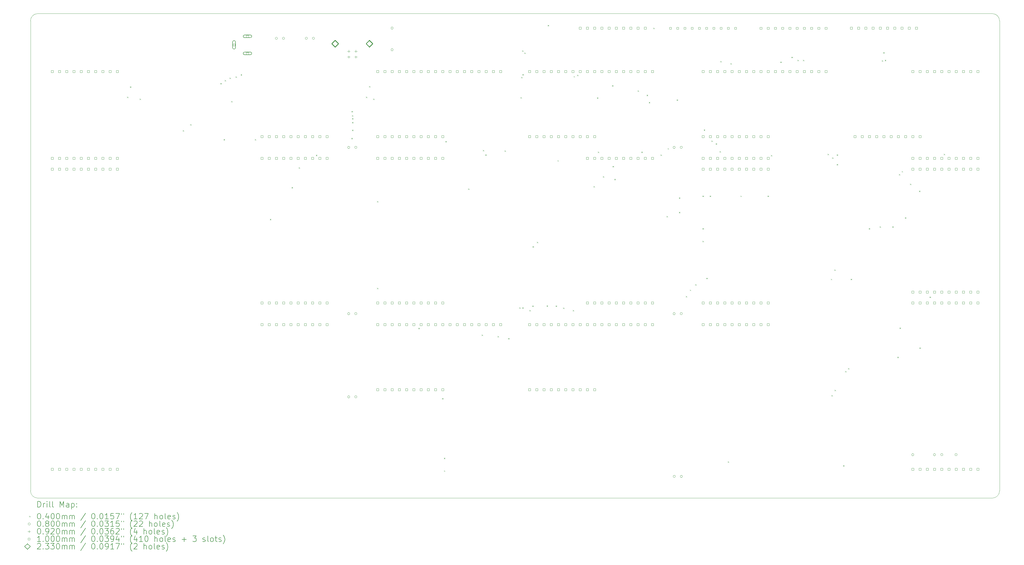
<source format=gbr>
%TF.GenerationSoftware,KiCad,Pcbnew,(6.0.9)*%
%TF.CreationDate,2022-12-31T14:32:40+01:00*%
%TF.ProjectId,001-proto,3030312d-7072-46f7-946f-2e6b69636164,rev?*%
%TF.SameCoordinates,Original*%
%TF.FileFunction,Drillmap*%
%TF.FilePolarity,Positive*%
%FSLAX45Y45*%
G04 Gerber Fmt 4.5, Leading zero omitted, Abs format (unit mm)*
G04 Created by KiCad (PCBNEW (6.0.9)) date 2022-12-31 14:32:40*
%MOMM*%
%LPD*%
G01*
G04 APERTURE LIST*
%ADD10C,0.100000*%
%ADD11C,0.200000*%
%ADD12C,0.040000*%
%ADD13C,0.080000*%
%ADD14C,0.092000*%
%ADD15C,0.233000*%
G04 APERTURE END LIST*
D10*
X35814000Y-18542000D02*
X35814000Y-17272000D01*
X1778000Y-18542000D02*
X1778000Y-3302000D01*
X1778000Y-3302000D02*
X1778000Y-2032000D01*
X35560000Y-18796000D02*
X2032000Y-18796000D01*
X35560000Y-1778000D02*
X2032000Y-1778000D01*
X1778000Y-18542000D02*
G75*
G03*
X2032000Y-18796000I254000J0D01*
G01*
X35814000Y-17272000D02*
X35814000Y-2032000D01*
X2032000Y-1778000D02*
G75*
G03*
X1778000Y-2032000I0J-254000D01*
G01*
X35814000Y-2032000D02*
G75*
G03*
X35560000Y-1778000I-254000J0D01*
G01*
X35560000Y-18796000D02*
G75*
G03*
X35814000Y-18542000I0J254000D01*
G01*
D11*
D12*
X5171760Y-4694240D02*
X5211760Y-4734240D01*
X5211760Y-4694240D02*
X5171760Y-4734240D01*
X5274260Y-4337740D02*
X5314260Y-4377740D01*
X5314260Y-4337740D02*
X5274260Y-4377740D01*
X5607220Y-4766780D02*
X5647220Y-4806780D01*
X5647220Y-4766780D02*
X5607220Y-4806780D01*
X7128110Y-5874090D02*
X7168110Y-5914090D01*
X7168110Y-5874090D02*
X7128110Y-5914090D01*
X7389250Y-5659260D02*
X7429250Y-5699260D01*
X7429250Y-5659260D02*
X7389250Y-5699260D01*
X8448260Y-4217930D02*
X8488260Y-4257930D01*
X8488260Y-4217930D02*
X8448260Y-4257930D01*
X8559580Y-6186140D02*
X8599580Y-6226140D01*
X8599580Y-6186140D02*
X8559580Y-6226140D01*
X8595870Y-4111220D02*
X8635870Y-4151220D01*
X8635870Y-4111220D02*
X8595870Y-4151220D01*
X8768820Y-4028050D02*
X8808820Y-4068050D01*
X8808820Y-4028050D02*
X8768820Y-4068050D01*
X8824710Y-4848440D02*
X8864710Y-4888440D01*
X8864710Y-4848440D02*
X8824710Y-4888440D01*
X8980840Y-3985220D02*
X9020840Y-4025220D01*
X9020840Y-3985220D02*
X8980840Y-4025220D01*
X9161900Y-3910110D02*
X9201900Y-3950110D01*
X9201900Y-3910110D02*
X9161900Y-3950110D01*
X9658400Y-6188710D02*
X9698400Y-6228710D01*
X9698400Y-6188710D02*
X9658400Y-6228710D01*
X10185730Y-8986510D02*
X10225730Y-9026510D01*
X10225730Y-8986510D02*
X10185730Y-9026510D01*
X10948560Y-7873130D02*
X10988560Y-7913130D01*
X10988560Y-7873130D02*
X10948560Y-7913130D01*
X11197430Y-7177990D02*
X11237430Y-7217990D01*
X11237430Y-7177990D02*
X11197430Y-7217990D01*
X11802120Y-6739030D02*
X11842120Y-6779030D01*
X11842120Y-6739030D02*
X11802120Y-6779030D01*
X13047550Y-6141720D02*
X13087550Y-6181720D01*
X13087550Y-6141720D02*
X13047550Y-6181720D01*
X13053310Y-5201340D02*
X13093310Y-5241340D01*
X13093310Y-5201340D02*
X13053310Y-5241340D01*
X13069940Y-5348070D02*
X13109940Y-5388070D01*
X13109940Y-5348070D02*
X13069940Y-5388070D01*
X13073600Y-5452430D02*
X13113600Y-5492430D01*
X13113600Y-5452430D02*
X13073600Y-5492430D01*
X13073600Y-5856460D02*
X13113600Y-5896460D01*
X13113600Y-5856460D02*
X13073600Y-5896460D01*
X13073840Y-5586730D02*
X13113840Y-5626730D01*
X13113840Y-5586730D02*
X13073840Y-5626730D01*
X13561680Y-4694240D02*
X13601680Y-4734240D01*
X13601680Y-4694240D02*
X13561680Y-4734240D01*
X13670760Y-4323240D02*
X13710760Y-4363240D01*
X13710760Y-4323240D02*
X13670760Y-4363240D01*
X13814570Y-4766780D02*
X13854570Y-4806780D01*
X13854570Y-4766780D02*
X13814570Y-4806780D01*
X13950000Y-8362000D02*
X13990000Y-8402000D01*
X13990000Y-8362000D02*
X13950000Y-8402000D01*
X13950000Y-11410000D02*
X13990000Y-11450000D01*
X13990000Y-11410000D02*
X13950000Y-11450000D01*
X15401320Y-12815120D02*
X15441320Y-12855120D01*
X15441320Y-12815120D02*
X15401320Y-12855120D01*
X16236000Y-15283500D02*
X16276000Y-15323500D01*
X16276000Y-15283500D02*
X16236000Y-15323500D01*
X16299500Y-17379000D02*
X16339500Y-17419000D01*
X16339500Y-17379000D02*
X16299500Y-17419000D01*
X16299500Y-17823500D02*
X16339500Y-17863500D01*
X16339500Y-17823500D02*
X16299500Y-17863500D01*
X16348730Y-6253050D02*
X16388730Y-6293050D01*
X16388730Y-6253050D02*
X16348730Y-6293050D01*
X17151340Y-7919980D02*
X17191340Y-7959980D01*
X17191340Y-7919980D02*
X17151340Y-7959980D01*
X17626970Y-13054970D02*
X17666970Y-13094970D01*
X17666970Y-13054970D02*
X17626970Y-13094970D01*
X17668510Y-6568210D02*
X17708510Y-6608210D01*
X17708510Y-6568210D02*
X17668510Y-6608210D01*
X17748590Y-6724940D02*
X17788590Y-6764940D01*
X17788590Y-6724940D02*
X17748590Y-6764940D01*
X18182900Y-13102900D02*
X18222900Y-13142900D01*
X18222900Y-13102900D02*
X18182900Y-13142900D01*
X18426660Y-6583910D02*
X18466660Y-6623910D01*
X18466660Y-6583910D02*
X18426660Y-6623910D01*
X18553000Y-13175330D02*
X18593000Y-13215330D01*
X18593000Y-13175330D02*
X18553000Y-13215330D01*
X18944480Y-12098880D02*
X18984480Y-12138880D01*
X18984480Y-12098880D02*
X18944480Y-12138880D01*
X18990210Y-4710690D02*
X19030210Y-4750690D01*
X19030210Y-4710690D02*
X18990210Y-4750690D01*
X19010300Y-4005010D02*
X19050300Y-4045010D01*
X19050300Y-4005010D02*
X19010300Y-4045010D01*
X19048680Y-3074020D02*
X19088680Y-3114020D01*
X19088680Y-3074020D02*
X19048680Y-3114020D01*
X19050940Y-12099190D02*
X19090940Y-12139190D01*
X19090940Y-12099190D02*
X19050940Y-12139190D01*
X19053790Y-3904300D02*
X19093790Y-3944300D01*
X19093790Y-3904300D02*
X19053790Y-3944300D01*
X19121550Y-3147210D02*
X19161550Y-3187210D01*
X19161550Y-3147210D02*
X19121550Y-3187210D01*
X19300310Y-12188310D02*
X19340310Y-12228310D01*
X19340310Y-12188310D02*
X19300310Y-12228310D01*
X19399230Y-12033230D02*
X19439230Y-12073230D01*
X19439230Y-12033230D02*
X19399230Y-12073230D01*
X19411000Y-9949500D02*
X19451000Y-9989500D01*
X19451000Y-9949500D02*
X19411000Y-9989500D01*
X19564586Y-9795914D02*
X19604586Y-9835914D01*
X19604586Y-9795914D02*
X19564586Y-9835914D01*
X19904920Y-12030920D02*
X19944920Y-12070920D01*
X19944920Y-12030920D02*
X19904920Y-12070920D01*
X19944840Y-2177860D02*
X19984840Y-2217860D01*
X19984840Y-2177860D02*
X19944840Y-2217860D01*
X20222520Y-12032560D02*
X20262520Y-12072560D01*
X20262520Y-12032560D02*
X20222520Y-12072560D01*
X20287920Y-6928620D02*
X20327920Y-6968620D01*
X20327920Y-6928620D02*
X20287920Y-6968620D01*
X20487330Y-12105330D02*
X20527330Y-12145330D01*
X20527330Y-12105330D02*
X20487330Y-12145330D01*
X20824130Y-12188130D02*
X20864130Y-12228130D01*
X20864130Y-12188130D02*
X20824130Y-12228130D01*
X20853920Y-3971940D02*
X20893920Y-4011940D01*
X20893920Y-3971940D02*
X20853920Y-4011940D01*
X20975310Y-3924750D02*
X21015310Y-3964750D01*
X21015310Y-3924750D02*
X20975310Y-3964750D01*
X21551260Y-7835260D02*
X21591260Y-7875260D01*
X21591260Y-7835260D02*
X21551260Y-7875260D01*
X21674270Y-4720120D02*
X21714270Y-4760120D01*
X21714270Y-4720120D02*
X21674270Y-4760120D01*
X21704150Y-6630000D02*
X21744150Y-6670000D01*
X21744150Y-6630000D02*
X21704150Y-6670000D01*
X21885640Y-7492870D02*
X21925640Y-7532870D01*
X21925640Y-7492870D02*
X21885640Y-7532870D01*
X22205000Y-4294810D02*
X22245000Y-4334810D01*
X22245000Y-4294810D02*
X22205000Y-4334810D01*
X22224290Y-7131980D02*
X22264290Y-7171980D01*
X22264290Y-7131980D02*
X22224290Y-7171980D01*
X22285830Y-7585580D02*
X22325830Y-7625580D01*
X22325830Y-7585580D02*
X22285830Y-7625580D01*
X23104450Y-4477010D02*
X23144450Y-4517010D01*
X23144450Y-4477010D02*
X23104450Y-4517010D01*
X23233750Y-6630000D02*
X23273750Y-6670000D01*
X23273750Y-6630000D02*
X23233750Y-6670000D01*
X23420620Y-4630060D02*
X23460620Y-4670060D01*
X23460620Y-4630060D02*
X23420620Y-4670060D01*
X23494760Y-4883890D02*
X23534760Y-4923890D01*
X23534760Y-4883890D02*
X23494760Y-4923890D01*
X23651850Y-2277150D02*
X23691850Y-2317150D01*
X23691850Y-2277150D02*
X23651850Y-2317150D01*
X23905710Y-6725820D02*
X23945710Y-6765820D01*
X23945710Y-6725820D02*
X23905710Y-6765820D01*
X24119000Y-8890730D02*
X24159000Y-8930730D01*
X24159000Y-8890730D02*
X24119000Y-8930730D01*
X24155810Y-6505330D02*
X24195810Y-6545330D01*
X24195810Y-6505330D02*
X24155810Y-6545330D01*
X24474640Y-4794550D02*
X24514640Y-4834550D01*
X24514640Y-4794550D02*
X24474640Y-4834550D01*
X24554500Y-8235000D02*
X24594500Y-8275000D01*
X24594500Y-8235000D02*
X24554500Y-8275000D01*
X24554500Y-8743000D02*
X24594500Y-8783000D01*
X24594500Y-8743000D02*
X24554500Y-8783000D01*
X24798190Y-11696710D02*
X24838190Y-11736710D01*
X24838190Y-11696710D02*
X24798190Y-11736710D01*
X24935500Y-11473500D02*
X24975500Y-11513500D01*
X24975500Y-11473500D02*
X24935500Y-11513500D01*
X25126000Y-11283000D02*
X25166000Y-11323000D01*
X25166000Y-11283000D02*
X25126000Y-11323000D01*
X25380000Y-8171500D02*
X25420000Y-8211500D01*
X25420000Y-8171500D02*
X25380000Y-8211500D01*
X25380000Y-9314500D02*
X25420000Y-9354500D01*
X25420000Y-9314500D02*
X25380000Y-9354500D01*
X25380000Y-9759000D02*
X25420000Y-9799000D01*
X25420000Y-9759000D02*
X25380000Y-9799000D01*
X25426250Y-5848360D02*
X25466250Y-5888360D01*
X25466250Y-5848360D02*
X25426250Y-5888360D01*
X25514580Y-11059320D02*
X25554580Y-11099320D01*
X25554580Y-11059320D02*
X25514580Y-11099320D01*
X25634000Y-8171500D02*
X25674000Y-8211500D01*
X25674000Y-8171500D02*
X25634000Y-8211500D01*
X25689900Y-6239280D02*
X25729900Y-6279280D01*
X25729900Y-6239280D02*
X25689900Y-6279280D01*
X25842960Y-6334120D02*
X25882960Y-6374120D01*
X25882960Y-6334120D02*
X25842960Y-6374120D01*
X25983510Y-6607270D02*
X26023510Y-6647270D01*
X26023510Y-6607270D02*
X25983510Y-6647270D01*
X26006420Y-3441500D02*
X26046420Y-3481500D01*
X26046420Y-3441500D02*
X26006420Y-3481500D01*
X26269000Y-17506000D02*
X26309000Y-17546000D01*
X26309000Y-17506000D02*
X26269000Y-17546000D01*
X26359290Y-3519730D02*
X26399290Y-3559730D01*
X26399290Y-3519730D02*
X26359290Y-3559730D01*
X26713500Y-8171500D02*
X26753500Y-8211500D01*
X26753500Y-8171500D02*
X26713500Y-8211500D01*
X27666000Y-8171500D02*
X27706000Y-8211500D01*
X27706000Y-8171500D02*
X27666000Y-8211500D01*
X27783680Y-6747710D02*
X27823680Y-6787710D01*
X27823680Y-6747710D02*
X27783680Y-6787710D01*
X28114750Y-3465060D02*
X28154750Y-3505060D01*
X28154750Y-3465060D02*
X28114750Y-3505060D01*
X28502510Y-3295330D02*
X28542510Y-3335330D01*
X28542510Y-3295330D02*
X28502510Y-3335330D01*
X28714980Y-3402260D02*
X28754980Y-3442260D01*
X28754980Y-3402260D02*
X28714980Y-3442260D01*
X28909690Y-3401670D02*
X28949690Y-3441670D01*
X28949690Y-3401670D02*
X28909690Y-3441670D01*
X29771580Y-6706000D02*
X29811580Y-6746000D01*
X29811580Y-6706000D02*
X29771580Y-6746000D01*
X29888500Y-11092500D02*
X29928500Y-11132500D01*
X29928500Y-11092500D02*
X29888500Y-11132500D01*
X29907650Y-15180680D02*
X29947650Y-15220680D01*
X29947650Y-15180680D02*
X29907650Y-15220680D01*
X29935220Y-6830220D02*
X29975220Y-6870220D01*
X29975220Y-6830220D02*
X29935220Y-6870220D01*
X30010000Y-10764890D02*
X30050000Y-10804890D01*
X30050000Y-10764890D02*
X30010000Y-10804890D01*
X30017220Y-14989360D02*
X30057220Y-15029360D01*
X30057220Y-14989360D02*
X30017220Y-15029360D01*
X30093250Y-7062070D02*
X30133250Y-7102070D01*
X30133250Y-7062070D02*
X30093250Y-7102070D01*
X30093720Y-6725540D02*
X30133720Y-6765540D01*
X30133720Y-6725540D02*
X30093720Y-6765540D01*
X30319710Y-17640520D02*
X30359710Y-17680520D01*
X30359710Y-17640520D02*
X30319710Y-17680520D01*
X30393160Y-14334550D02*
X30433160Y-14374550D01*
X30433160Y-14334550D02*
X30393160Y-14374550D01*
X30494110Y-14229240D02*
X30534110Y-14269240D01*
X30534110Y-14229240D02*
X30494110Y-14269240D01*
X30587000Y-11092500D02*
X30627000Y-11132500D01*
X30627000Y-11092500D02*
X30587000Y-11132500D01*
X31222000Y-9314500D02*
X31262000Y-9354500D01*
X31262000Y-9314500D02*
X31222000Y-9354500D01*
X31603000Y-9251000D02*
X31643000Y-9291000D01*
X31643000Y-9251000D02*
X31603000Y-9291000D01*
X31679650Y-3416520D02*
X31719650Y-3456520D01*
X31719650Y-3416520D02*
X31679650Y-3456520D01*
X31729750Y-3134520D02*
X31769750Y-3174520D01*
X31769750Y-3134520D02*
X31729750Y-3174520D01*
X31783800Y-3401990D02*
X31823800Y-3441990D01*
X31823800Y-3401990D02*
X31783800Y-3441990D01*
X32047500Y-9251000D02*
X32087500Y-9291000D01*
X32087500Y-9251000D02*
X32047500Y-9291000D01*
X32224100Y-13833000D02*
X32264100Y-13873000D01*
X32264100Y-13833000D02*
X32224100Y-13873000D01*
X32279650Y-7417100D02*
X32319650Y-7457100D01*
X32319650Y-7417100D02*
X32279650Y-7457100D01*
X32301500Y-12807000D02*
X32341500Y-12847000D01*
X32341500Y-12807000D02*
X32301500Y-12847000D01*
X32376510Y-7308790D02*
X32416510Y-7348790D01*
X32416510Y-7308790D02*
X32376510Y-7348790D01*
X32492000Y-8933500D02*
X32532000Y-8973500D01*
X32532000Y-8933500D02*
X32492000Y-8973500D01*
X32670410Y-7751100D02*
X32710410Y-7791100D01*
X32710410Y-7751100D02*
X32670410Y-7791100D01*
X32987420Y-7998530D02*
X33027420Y-8038530D01*
X33027420Y-7998530D02*
X32987420Y-8038530D01*
X33000000Y-13505500D02*
X33040000Y-13545500D01*
X33040000Y-13505500D02*
X33000000Y-13545500D01*
X33357300Y-11719950D02*
X33397300Y-11759950D01*
X33397300Y-11719950D02*
X33357300Y-11759950D01*
X33857190Y-6704780D02*
X33897190Y-6744780D01*
X33897190Y-6704780D02*
X33857190Y-6744780D01*
D13*
X10454000Y-2644250D02*
G75*
G03*
X10454000Y-2644250I-40000J0D01*
G01*
X10704000Y-2644250D02*
G75*
G03*
X10704000Y-2644250I-40000J0D01*
G01*
X11506000Y-2644250D02*
G75*
G03*
X11506000Y-2644250I-40000J0D01*
G01*
X11756000Y-2644250D02*
G75*
G03*
X11756000Y-2644250I-40000J0D01*
G01*
X12994000Y-6477000D02*
G75*
G03*
X12994000Y-6477000I-40000J0D01*
G01*
X12994000Y-12319000D02*
G75*
G03*
X12994000Y-12319000I-40000J0D01*
G01*
X12994000Y-15240000D02*
G75*
G03*
X12994000Y-15240000I-40000J0D01*
G01*
X13244000Y-6477000D02*
G75*
G03*
X13244000Y-6477000I-40000J0D01*
G01*
X13244000Y-12319000D02*
G75*
G03*
X13244000Y-12319000I-40000J0D01*
G01*
X13244000Y-15240000D02*
G75*
G03*
X13244000Y-15240000I-40000J0D01*
G01*
X14518000Y-2286000D02*
G75*
G03*
X14518000Y-2286000I-40000J0D01*
G01*
X14518000Y-3048000D02*
G75*
G03*
X14518000Y-3048000I-40000J0D01*
G01*
X24424000Y-6477000D02*
G75*
G03*
X24424000Y-6477000I-40000J0D01*
G01*
X24424000Y-12319000D02*
G75*
G03*
X24424000Y-12319000I-40000J0D01*
G01*
X24428000Y-18034000D02*
G75*
G03*
X24428000Y-18034000I-40000J0D01*
G01*
X24674000Y-6477000D02*
G75*
G03*
X24674000Y-6477000I-40000J0D01*
G01*
X24674000Y-12319000D02*
G75*
G03*
X24674000Y-12319000I-40000J0D01*
G01*
X24678000Y-18034000D02*
G75*
G03*
X24678000Y-18034000I-40000J0D01*
G01*
X32806000Y-17272000D02*
G75*
G03*
X32806000Y-17272000I-40000J0D01*
G01*
X33568000Y-17272000D02*
G75*
G03*
X33568000Y-17272000I-40000J0D01*
G01*
X33826000Y-17272000D02*
G75*
G03*
X33826000Y-17272000I-40000J0D01*
G01*
X34326000Y-17272000D02*
G75*
G03*
X34326000Y-17272000I-40000J0D01*
G01*
D14*
X12954000Y-3056000D02*
X12954000Y-3148000D01*
X12908000Y-3102000D02*
X13000000Y-3102000D01*
X12954000Y-3256000D02*
X12954000Y-3348000D01*
X12908000Y-3302000D02*
X13000000Y-3302000D01*
X13204000Y-3056000D02*
X13204000Y-3148000D01*
X13158000Y-3102000D02*
X13250000Y-3102000D01*
X13204000Y-3256000D02*
X13204000Y-3348000D01*
X13158000Y-3302000D02*
X13250000Y-3302000D01*
D10*
X2575356Y-3845356D02*
X2575356Y-3774644D01*
X2504644Y-3774644D01*
X2504644Y-3845356D01*
X2575356Y-3845356D01*
X2575356Y-6893356D02*
X2575356Y-6822644D01*
X2504644Y-6822644D01*
X2504644Y-6893356D01*
X2575356Y-6893356D01*
X2575356Y-7274356D02*
X2575356Y-7203644D01*
X2504644Y-7203644D01*
X2504644Y-7274356D01*
X2575356Y-7274356D01*
X2575356Y-17815356D02*
X2575356Y-17744644D01*
X2504644Y-17744644D01*
X2504644Y-17815356D01*
X2575356Y-17815356D01*
X2829356Y-3845356D02*
X2829356Y-3774644D01*
X2758644Y-3774644D01*
X2758644Y-3845356D01*
X2829356Y-3845356D01*
X2829356Y-6893356D02*
X2829356Y-6822644D01*
X2758644Y-6822644D01*
X2758644Y-6893356D01*
X2829356Y-6893356D01*
X2829356Y-7274356D02*
X2829356Y-7203644D01*
X2758644Y-7203644D01*
X2758644Y-7274356D01*
X2829356Y-7274356D01*
X2829356Y-17815356D02*
X2829356Y-17744644D01*
X2758644Y-17744644D01*
X2758644Y-17815356D01*
X2829356Y-17815356D01*
X3083356Y-3845356D02*
X3083356Y-3774644D01*
X3012644Y-3774644D01*
X3012644Y-3845356D01*
X3083356Y-3845356D01*
X3083356Y-6893356D02*
X3083356Y-6822644D01*
X3012644Y-6822644D01*
X3012644Y-6893356D01*
X3083356Y-6893356D01*
X3083356Y-7274356D02*
X3083356Y-7203644D01*
X3012644Y-7203644D01*
X3012644Y-7274356D01*
X3083356Y-7274356D01*
X3083356Y-17815356D02*
X3083356Y-17744644D01*
X3012644Y-17744644D01*
X3012644Y-17815356D01*
X3083356Y-17815356D01*
X3337356Y-3845356D02*
X3337356Y-3774644D01*
X3266644Y-3774644D01*
X3266644Y-3845356D01*
X3337356Y-3845356D01*
X3337356Y-6893356D02*
X3337356Y-6822644D01*
X3266644Y-6822644D01*
X3266644Y-6893356D01*
X3337356Y-6893356D01*
X3337356Y-7274356D02*
X3337356Y-7203644D01*
X3266644Y-7203644D01*
X3266644Y-7274356D01*
X3337356Y-7274356D01*
X3337356Y-17815356D02*
X3337356Y-17744644D01*
X3266644Y-17744644D01*
X3266644Y-17815356D01*
X3337356Y-17815356D01*
X3591356Y-3845356D02*
X3591356Y-3774644D01*
X3520644Y-3774644D01*
X3520644Y-3845356D01*
X3591356Y-3845356D01*
X3591356Y-6893356D02*
X3591356Y-6822644D01*
X3520644Y-6822644D01*
X3520644Y-6893356D01*
X3591356Y-6893356D01*
X3591356Y-7274356D02*
X3591356Y-7203644D01*
X3520644Y-7203644D01*
X3520644Y-7274356D01*
X3591356Y-7274356D01*
X3591356Y-17815356D02*
X3591356Y-17744644D01*
X3520644Y-17744644D01*
X3520644Y-17815356D01*
X3591356Y-17815356D01*
X3845356Y-3845356D02*
X3845356Y-3774644D01*
X3774644Y-3774644D01*
X3774644Y-3845356D01*
X3845356Y-3845356D01*
X3845356Y-6893356D02*
X3845356Y-6822644D01*
X3774644Y-6822644D01*
X3774644Y-6893356D01*
X3845356Y-6893356D01*
X3845356Y-7274356D02*
X3845356Y-7203644D01*
X3774644Y-7203644D01*
X3774644Y-7274356D01*
X3845356Y-7274356D01*
X3845356Y-17815356D02*
X3845356Y-17744644D01*
X3774644Y-17744644D01*
X3774644Y-17815356D01*
X3845356Y-17815356D01*
X4099356Y-3845356D02*
X4099356Y-3774644D01*
X4028644Y-3774644D01*
X4028644Y-3845356D01*
X4099356Y-3845356D01*
X4099356Y-6893356D02*
X4099356Y-6822644D01*
X4028644Y-6822644D01*
X4028644Y-6893356D01*
X4099356Y-6893356D01*
X4099356Y-7274356D02*
X4099356Y-7203644D01*
X4028644Y-7203644D01*
X4028644Y-7274356D01*
X4099356Y-7274356D01*
X4099356Y-17815356D02*
X4099356Y-17744644D01*
X4028644Y-17744644D01*
X4028644Y-17815356D01*
X4099356Y-17815356D01*
X4353356Y-3845356D02*
X4353356Y-3774644D01*
X4282644Y-3774644D01*
X4282644Y-3845356D01*
X4353356Y-3845356D01*
X4353356Y-6893356D02*
X4353356Y-6822644D01*
X4282644Y-6822644D01*
X4282644Y-6893356D01*
X4353356Y-6893356D01*
X4353356Y-7274356D02*
X4353356Y-7203644D01*
X4282644Y-7203644D01*
X4282644Y-7274356D01*
X4353356Y-7274356D01*
X4353356Y-17815356D02*
X4353356Y-17744644D01*
X4282644Y-17744644D01*
X4282644Y-17815356D01*
X4353356Y-17815356D01*
X4607356Y-3845356D02*
X4607356Y-3774644D01*
X4536644Y-3774644D01*
X4536644Y-3845356D01*
X4607356Y-3845356D01*
X4607356Y-6893356D02*
X4607356Y-6822644D01*
X4536644Y-6822644D01*
X4536644Y-6893356D01*
X4607356Y-6893356D01*
X4607356Y-7274356D02*
X4607356Y-7203644D01*
X4536644Y-7203644D01*
X4536644Y-7274356D01*
X4607356Y-7274356D01*
X4607356Y-17815356D02*
X4607356Y-17744644D01*
X4536644Y-17744644D01*
X4536644Y-17815356D01*
X4607356Y-17815356D01*
X4861356Y-3845356D02*
X4861356Y-3774644D01*
X4790644Y-3774644D01*
X4790644Y-3845356D01*
X4861356Y-3845356D01*
X4861356Y-6893356D02*
X4861356Y-6822644D01*
X4790644Y-6822644D01*
X4790644Y-6893356D01*
X4861356Y-6893356D01*
X4861356Y-7274356D02*
X4861356Y-7203644D01*
X4790644Y-7203644D01*
X4790644Y-7274356D01*
X4861356Y-7274356D01*
X4861356Y-17815356D02*
X4861356Y-17744644D01*
X4790644Y-17744644D01*
X4790644Y-17815356D01*
X4861356Y-17815356D01*
X8963356Y-2910356D02*
X8963356Y-2839644D01*
X8892644Y-2839644D01*
X8892644Y-2910356D01*
X8963356Y-2910356D01*
D11*
X8878000Y-2775000D02*
X8878000Y-2975000D01*
X8978000Y-2775000D02*
X8978000Y-2975000D01*
X8878000Y-2975000D02*
G75*
G03*
X8978000Y-2975000I50000J0D01*
G01*
X8978000Y-2775000D02*
G75*
G03*
X8878000Y-2775000I-50000J0D01*
G01*
D10*
X9433356Y-2610356D02*
X9433356Y-2539644D01*
X9362644Y-2539644D01*
X9362644Y-2610356D01*
X9433356Y-2610356D01*
D11*
X9498000Y-2525000D02*
X9298000Y-2525000D01*
X9498000Y-2625000D02*
X9298000Y-2625000D01*
X9298000Y-2525000D02*
G75*
G03*
X9298000Y-2625000I0J-50000D01*
G01*
X9498000Y-2625000D02*
G75*
G03*
X9498000Y-2525000I0J50000D01*
G01*
D10*
X9433356Y-3210356D02*
X9433356Y-3139644D01*
X9362644Y-3139644D01*
X9362644Y-3210356D01*
X9433356Y-3210356D01*
D11*
X9498000Y-3125000D02*
X9298000Y-3125000D01*
X9498000Y-3225000D02*
X9298000Y-3225000D01*
X9298000Y-3125000D02*
G75*
G03*
X9298000Y-3225000I0J-50000D01*
G01*
X9498000Y-3225000D02*
G75*
G03*
X9498000Y-3125000I0J50000D01*
G01*
D10*
X9941356Y-6131356D02*
X9941356Y-6060644D01*
X9870644Y-6060644D01*
X9870644Y-6131356D01*
X9941356Y-6131356D01*
X9941356Y-6893356D02*
X9941356Y-6822644D01*
X9870644Y-6822644D01*
X9870644Y-6893356D01*
X9941356Y-6893356D01*
X9941356Y-11973356D02*
X9941356Y-11902644D01*
X9870644Y-11902644D01*
X9870644Y-11973356D01*
X9941356Y-11973356D01*
X9941356Y-12735356D02*
X9941356Y-12664644D01*
X9870644Y-12664644D01*
X9870644Y-12735356D01*
X9941356Y-12735356D01*
X10195356Y-6131356D02*
X10195356Y-6060644D01*
X10124644Y-6060644D01*
X10124644Y-6131356D01*
X10195356Y-6131356D01*
X10195356Y-6893356D02*
X10195356Y-6822644D01*
X10124644Y-6822644D01*
X10124644Y-6893356D01*
X10195356Y-6893356D01*
X10195356Y-11973356D02*
X10195356Y-11902644D01*
X10124644Y-11902644D01*
X10124644Y-11973356D01*
X10195356Y-11973356D01*
X10195356Y-12735356D02*
X10195356Y-12664644D01*
X10124644Y-12664644D01*
X10124644Y-12735356D01*
X10195356Y-12735356D01*
X10449356Y-6131356D02*
X10449356Y-6060644D01*
X10378644Y-6060644D01*
X10378644Y-6131356D01*
X10449356Y-6131356D01*
X10449356Y-6893356D02*
X10449356Y-6822644D01*
X10378644Y-6822644D01*
X10378644Y-6893356D01*
X10449356Y-6893356D01*
X10449356Y-11973356D02*
X10449356Y-11902644D01*
X10378644Y-11902644D01*
X10378644Y-11973356D01*
X10449356Y-11973356D01*
X10449356Y-12735356D02*
X10449356Y-12664644D01*
X10378644Y-12664644D01*
X10378644Y-12735356D01*
X10449356Y-12735356D01*
X10703356Y-6131356D02*
X10703356Y-6060644D01*
X10632644Y-6060644D01*
X10632644Y-6131356D01*
X10703356Y-6131356D01*
X10703356Y-6893356D02*
X10703356Y-6822644D01*
X10632644Y-6822644D01*
X10632644Y-6893356D01*
X10703356Y-6893356D01*
X10703356Y-11973356D02*
X10703356Y-11902644D01*
X10632644Y-11902644D01*
X10632644Y-11973356D01*
X10703356Y-11973356D01*
X10703356Y-12735356D02*
X10703356Y-12664644D01*
X10632644Y-12664644D01*
X10632644Y-12735356D01*
X10703356Y-12735356D01*
X10957356Y-6131356D02*
X10957356Y-6060644D01*
X10886644Y-6060644D01*
X10886644Y-6131356D01*
X10957356Y-6131356D01*
X10957356Y-6893356D02*
X10957356Y-6822644D01*
X10886644Y-6822644D01*
X10886644Y-6893356D01*
X10957356Y-6893356D01*
X10957356Y-11973356D02*
X10957356Y-11902644D01*
X10886644Y-11902644D01*
X10886644Y-11973356D01*
X10957356Y-11973356D01*
X10957356Y-12735356D02*
X10957356Y-12664644D01*
X10886644Y-12664644D01*
X10886644Y-12735356D01*
X10957356Y-12735356D01*
X11211356Y-6131356D02*
X11211356Y-6060644D01*
X11140644Y-6060644D01*
X11140644Y-6131356D01*
X11211356Y-6131356D01*
X11211356Y-6893356D02*
X11211356Y-6822644D01*
X11140644Y-6822644D01*
X11140644Y-6893356D01*
X11211356Y-6893356D01*
X11211356Y-11973356D02*
X11211356Y-11902644D01*
X11140644Y-11902644D01*
X11140644Y-11973356D01*
X11211356Y-11973356D01*
X11211356Y-12735356D02*
X11211356Y-12664644D01*
X11140644Y-12664644D01*
X11140644Y-12735356D01*
X11211356Y-12735356D01*
X11465356Y-6131356D02*
X11465356Y-6060644D01*
X11394644Y-6060644D01*
X11394644Y-6131356D01*
X11465356Y-6131356D01*
X11465356Y-6893356D02*
X11465356Y-6822644D01*
X11394644Y-6822644D01*
X11394644Y-6893356D01*
X11465356Y-6893356D01*
X11465356Y-11973356D02*
X11465356Y-11902644D01*
X11394644Y-11902644D01*
X11394644Y-11973356D01*
X11465356Y-11973356D01*
X11465356Y-12735356D02*
X11465356Y-12664644D01*
X11394644Y-12664644D01*
X11394644Y-12735356D01*
X11465356Y-12735356D01*
X11719356Y-6131356D02*
X11719356Y-6060644D01*
X11648644Y-6060644D01*
X11648644Y-6131356D01*
X11719356Y-6131356D01*
X11719356Y-6893356D02*
X11719356Y-6822644D01*
X11648644Y-6822644D01*
X11648644Y-6893356D01*
X11719356Y-6893356D01*
X11719356Y-11973356D02*
X11719356Y-11902644D01*
X11648644Y-11902644D01*
X11648644Y-11973356D01*
X11719356Y-11973356D01*
X11719356Y-12735356D02*
X11719356Y-12664644D01*
X11648644Y-12664644D01*
X11648644Y-12735356D01*
X11719356Y-12735356D01*
X11973356Y-6131356D02*
X11973356Y-6060644D01*
X11902644Y-6060644D01*
X11902644Y-6131356D01*
X11973356Y-6131356D01*
X11973356Y-6893356D02*
X11973356Y-6822644D01*
X11902644Y-6822644D01*
X11902644Y-6893356D01*
X11973356Y-6893356D01*
X11973356Y-11973356D02*
X11973356Y-11902644D01*
X11902644Y-11902644D01*
X11902644Y-11973356D01*
X11973356Y-11973356D01*
X11973356Y-12735356D02*
X11973356Y-12664644D01*
X11902644Y-12664644D01*
X11902644Y-12735356D01*
X11973356Y-12735356D01*
X12227356Y-6131356D02*
X12227356Y-6060644D01*
X12156644Y-6060644D01*
X12156644Y-6131356D01*
X12227356Y-6131356D01*
X12227356Y-6893356D02*
X12227356Y-6822644D01*
X12156644Y-6822644D01*
X12156644Y-6893356D01*
X12227356Y-6893356D01*
X12227356Y-11973356D02*
X12227356Y-11902644D01*
X12156644Y-11902644D01*
X12156644Y-11973356D01*
X12227356Y-11973356D01*
X12227356Y-12735356D02*
X12227356Y-12664644D01*
X12156644Y-12664644D01*
X12156644Y-12735356D01*
X12227356Y-12735356D01*
X14005356Y-3845356D02*
X14005356Y-3774644D01*
X13934644Y-3774644D01*
X13934644Y-3845356D01*
X14005356Y-3845356D01*
X14005356Y-6131356D02*
X14005356Y-6060644D01*
X13934644Y-6060644D01*
X13934644Y-6131356D01*
X14005356Y-6131356D01*
X14005356Y-6893356D02*
X14005356Y-6822644D01*
X13934644Y-6822644D01*
X13934644Y-6893356D01*
X14005356Y-6893356D01*
X14005356Y-11973356D02*
X14005356Y-11902644D01*
X13934644Y-11902644D01*
X13934644Y-11973356D01*
X14005356Y-11973356D01*
X14005356Y-12735356D02*
X14005356Y-12664644D01*
X13934644Y-12664644D01*
X13934644Y-12735356D01*
X14005356Y-12735356D01*
X14005356Y-15021356D02*
X14005356Y-14950644D01*
X13934644Y-14950644D01*
X13934644Y-15021356D01*
X14005356Y-15021356D01*
X14259356Y-3845356D02*
X14259356Y-3774644D01*
X14188644Y-3774644D01*
X14188644Y-3845356D01*
X14259356Y-3845356D01*
X14259356Y-6131356D02*
X14259356Y-6060644D01*
X14188644Y-6060644D01*
X14188644Y-6131356D01*
X14259356Y-6131356D01*
X14259356Y-6893356D02*
X14259356Y-6822644D01*
X14188644Y-6822644D01*
X14188644Y-6893356D01*
X14259356Y-6893356D01*
X14259356Y-11973356D02*
X14259356Y-11902644D01*
X14188644Y-11902644D01*
X14188644Y-11973356D01*
X14259356Y-11973356D01*
X14259356Y-12735356D02*
X14259356Y-12664644D01*
X14188644Y-12664644D01*
X14188644Y-12735356D01*
X14259356Y-12735356D01*
X14259356Y-15021356D02*
X14259356Y-14950644D01*
X14188644Y-14950644D01*
X14188644Y-15021356D01*
X14259356Y-15021356D01*
X14513356Y-3845356D02*
X14513356Y-3774644D01*
X14442644Y-3774644D01*
X14442644Y-3845356D01*
X14513356Y-3845356D01*
X14513356Y-6131356D02*
X14513356Y-6060644D01*
X14442644Y-6060644D01*
X14442644Y-6131356D01*
X14513356Y-6131356D01*
X14513356Y-6893356D02*
X14513356Y-6822644D01*
X14442644Y-6822644D01*
X14442644Y-6893356D01*
X14513356Y-6893356D01*
X14513356Y-11973356D02*
X14513356Y-11902644D01*
X14442644Y-11902644D01*
X14442644Y-11973356D01*
X14513356Y-11973356D01*
X14513356Y-12735356D02*
X14513356Y-12664644D01*
X14442644Y-12664644D01*
X14442644Y-12735356D01*
X14513356Y-12735356D01*
X14513356Y-15021356D02*
X14513356Y-14950644D01*
X14442644Y-14950644D01*
X14442644Y-15021356D01*
X14513356Y-15021356D01*
X14767356Y-3845356D02*
X14767356Y-3774644D01*
X14696644Y-3774644D01*
X14696644Y-3845356D01*
X14767356Y-3845356D01*
X14767356Y-6131356D02*
X14767356Y-6060644D01*
X14696644Y-6060644D01*
X14696644Y-6131356D01*
X14767356Y-6131356D01*
X14767356Y-6893356D02*
X14767356Y-6822644D01*
X14696644Y-6822644D01*
X14696644Y-6893356D01*
X14767356Y-6893356D01*
X14767356Y-11973356D02*
X14767356Y-11902644D01*
X14696644Y-11902644D01*
X14696644Y-11973356D01*
X14767356Y-11973356D01*
X14767356Y-12735356D02*
X14767356Y-12664644D01*
X14696644Y-12664644D01*
X14696644Y-12735356D01*
X14767356Y-12735356D01*
X14767356Y-15021356D02*
X14767356Y-14950644D01*
X14696644Y-14950644D01*
X14696644Y-15021356D01*
X14767356Y-15021356D01*
X15021356Y-3845356D02*
X15021356Y-3774644D01*
X14950644Y-3774644D01*
X14950644Y-3845356D01*
X15021356Y-3845356D01*
X15021356Y-6131356D02*
X15021356Y-6060644D01*
X14950644Y-6060644D01*
X14950644Y-6131356D01*
X15021356Y-6131356D01*
X15021356Y-6893356D02*
X15021356Y-6822644D01*
X14950644Y-6822644D01*
X14950644Y-6893356D01*
X15021356Y-6893356D01*
X15021356Y-11973356D02*
X15021356Y-11902644D01*
X14950644Y-11902644D01*
X14950644Y-11973356D01*
X15021356Y-11973356D01*
X15021356Y-12735356D02*
X15021356Y-12664644D01*
X14950644Y-12664644D01*
X14950644Y-12735356D01*
X15021356Y-12735356D01*
X15021356Y-15021356D02*
X15021356Y-14950644D01*
X14950644Y-14950644D01*
X14950644Y-15021356D01*
X15021356Y-15021356D01*
X15275356Y-3845356D02*
X15275356Y-3774644D01*
X15204644Y-3774644D01*
X15204644Y-3845356D01*
X15275356Y-3845356D01*
X15275356Y-6131356D02*
X15275356Y-6060644D01*
X15204644Y-6060644D01*
X15204644Y-6131356D01*
X15275356Y-6131356D01*
X15275356Y-6893356D02*
X15275356Y-6822644D01*
X15204644Y-6822644D01*
X15204644Y-6893356D01*
X15275356Y-6893356D01*
X15275356Y-11973356D02*
X15275356Y-11902644D01*
X15204644Y-11902644D01*
X15204644Y-11973356D01*
X15275356Y-11973356D01*
X15275356Y-12735356D02*
X15275356Y-12664644D01*
X15204644Y-12664644D01*
X15204644Y-12735356D01*
X15275356Y-12735356D01*
X15275356Y-15021356D02*
X15275356Y-14950644D01*
X15204644Y-14950644D01*
X15204644Y-15021356D01*
X15275356Y-15021356D01*
X15529356Y-3845356D02*
X15529356Y-3774644D01*
X15458644Y-3774644D01*
X15458644Y-3845356D01*
X15529356Y-3845356D01*
X15529356Y-6131356D02*
X15529356Y-6060644D01*
X15458644Y-6060644D01*
X15458644Y-6131356D01*
X15529356Y-6131356D01*
X15529356Y-6893356D02*
X15529356Y-6822644D01*
X15458644Y-6822644D01*
X15458644Y-6893356D01*
X15529356Y-6893356D01*
X15529356Y-11973356D02*
X15529356Y-11902644D01*
X15458644Y-11902644D01*
X15458644Y-11973356D01*
X15529356Y-11973356D01*
X15529356Y-12735356D02*
X15529356Y-12664644D01*
X15458644Y-12664644D01*
X15458644Y-12735356D01*
X15529356Y-12735356D01*
X15529356Y-15021356D02*
X15529356Y-14950644D01*
X15458644Y-14950644D01*
X15458644Y-15021356D01*
X15529356Y-15021356D01*
X15783356Y-3845356D02*
X15783356Y-3774644D01*
X15712644Y-3774644D01*
X15712644Y-3845356D01*
X15783356Y-3845356D01*
X15783356Y-6131356D02*
X15783356Y-6060644D01*
X15712644Y-6060644D01*
X15712644Y-6131356D01*
X15783356Y-6131356D01*
X15783356Y-6893356D02*
X15783356Y-6822644D01*
X15712644Y-6822644D01*
X15712644Y-6893356D01*
X15783356Y-6893356D01*
X15783356Y-11973356D02*
X15783356Y-11902644D01*
X15712644Y-11902644D01*
X15712644Y-11973356D01*
X15783356Y-11973356D01*
X15783356Y-12735356D02*
X15783356Y-12664644D01*
X15712644Y-12664644D01*
X15712644Y-12735356D01*
X15783356Y-12735356D01*
X15783356Y-15021356D02*
X15783356Y-14950644D01*
X15712644Y-14950644D01*
X15712644Y-15021356D01*
X15783356Y-15021356D01*
X16037356Y-3845356D02*
X16037356Y-3774644D01*
X15966644Y-3774644D01*
X15966644Y-3845356D01*
X16037356Y-3845356D01*
X16037356Y-6131356D02*
X16037356Y-6060644D01*
X15966644Y-6060644D01*
X15966644Y-6131356D01*
X16037356Y-6131356D01*
X16037356Y-6893356D02*
X16037356Y-6822644D01*
X15966644Y-6822644D01*
X15966644Y-6893356D01*
X16037356Y-6893356D01*
X16037356Y-11973356D02*
X16037356Y-11902644D01*
X15966644Y-11902644D01*
X15966644Y-11973356D01*
X16037356Y-11973356D01*
X16037356Y-12735356D02*
X16037356Y-12664644D01*
X15966644Y-12664644D01*
X15966644Y-12735356D01*
X16037356Y-12735356D01*
X16037356Y-15021356D02*
X16037356Y-14950644D01*
X15966644Y-14950644D01*
X15966644Y-15021356D01*
X16037356Y-15021356D01*
X16291356Y-3845356D02*
X16291356Y-3774644D01*
X16220644Y-3774644D01*
X16220644Y-3845356D01*
X16291356Y-3845356D01*
X16291356Y-6131356D02*
X16291356Y-6060644D01*
X16220644Y-6060644D01*
X16220644Y-6131356D01*
X16291356Y-6131356D01*
X16291356Y-6893356D02*
X16291356Y-6822644D01*
X16220644Y-6822644D01*
X16220644Y-6893356D01*
X16291356Y-6893356D01*
X16291356Y-11973356D02*
X16291356Y-11902644D01*
X16220644Y-11902644D01*
X16220644Y-11973356D01*
X16291356Y-11973356D01*
X16291356Y-12735356D02*
X16291356Y-12664644D01*
X16220644Y-12664644D01*
X16220644Y-12735356D01*
X16291356Y-12735356D01*
X16291356Y-15021356D02*
X16291356Y-14950644D01*
X16220644Y-14950644D01*
X16220644Y-15021356D01*
X16291356Y-15021356D01*
X16545356Y-3845356D02*
X16545356Y-3774644D01*
X16474644Y-3774644D01*
X16474644Y-3845356D01*
X16545356Y-3845356D01*
X16545356Y-12735356D02*
X16545356Y-12664644D01*
X16474644Y-12664644D01*
X16474644Y-12735356D01*
X16545356Y-12735356D01*
X16799356Y-3845356D02*
X16799356Y-3774644D01*
X16728644Y-3774644D01*
X16728644Y-3845356D01*
X16799356Y-3845356D01*
X16799356Y-12735356D02*
X16799356Y-12664644D01*
X16728644Y-12664644D01*
X16728644Y-12735356D01*
X16799356Y-12735356D01*
X17053356Y-3845356D02*
X17053356Y-3774644D01*
X16982644Y-3774644D01*
X16982644Y-3845356D01*
X17053356Y-3845356D01*
X17053356Y-12735356D02*
X17053356Y-12664644D01*
X16982644Y-12664644D01*
X16982644Y-12735356D01*
X17053356Y-12735356D01*
X17307356Y-3845356D02*
X17307356Y-3774644D01*
X17236644Y-3774644D01*
X17236644Y-3845356D01*
X17307356Y-3845356D01*
X17307356Y-12735356D02*
X17307356Y-12664644D01*
X17236644Y-12664644D01*
X17236644Y-12735356D01*
X17307356Y-12735356D01*
X17561356Y-3845356D02*
X17561356Y-3774644D01*
X17490644Y-3774644D01*
X17490644Y-3845356D01*
X17561356Y-3845356D01*
X17561356Y-12735356D02*
X17561356Y-12664644D01*
X17490644Y-12664644D01*
X17490644Y-12735356D01*
X17561356Y-12735356D01*
X17815356Y-3845356D02*
X17815356Y-3774644D01*
X17744644Y-3774644D01*
X17744644Y-3845356D01*
X17815356Y-3845356D01*
X17815356Y-12735356D02*
X17815356Y-12664644D01*
X17744644Y-12664644D01*
X17744644Y-12735356D01*
X17815356Y-12735356D01*
X18069356Y-3845356D02*
X18069356Y-3774644D01*
X17998644Y-3774644D01*
X17998644Y-3845356D01*
X18069356Y-3845356D01*
X18069356Y-12735356D02*
X18069356Y-12664644D01*
X17998644Y-12664644D01*
X17998644Y-12735356D01*
X18069356Y-12735356D01*
X18323356Y-3845356D02*
X18323356Y-3774644D01*
X18252644Y-3774644D01*
X18252644Y-3845356D01*
X18323356Y-3845356D01*
X18323356Y-12735356D02*
X18323356Y-12664644D01*
X18252644Y-12664644D01*
X18252644Y-12735356D01*
X18323356Y-12735356D01*
X19339356Y-3845356D02*
X19339356Y-3774644D01*
X19268644Y-3774644D01*
X19268644Y-3845356D01*
X19339356Y-3845356D01*
X19339356Y-6131356D02*
X19339356Y-6060644D01*
X19268644Y-6060644D01*
X19268644Y-6131356D01*
X19339356Y-6131356D01*
X19339356Y-12735356D02*
X19339356Y-12664644D01*
X19268644Y-12664644D01*
X19268644Y-12735356D01*
X19339356Y-12735356D01*
X19339356Y-15021356D02*
X19339356Y-14950644D01*
X19268644Y-14950644D01*
X19268644Y-15021356D01*
X19339356Y-15021356D01*
X19593356Y-3845356D02*
X19593356Y-3774644D01*
X19522644Y-3774644D01*
X19522644Y-3845356D01*
X19593356Y-3845356D01*
X19593356Y-6131356D02*
X19593356Y-6060644D01*
X19522644Y-6060644D01*
X19522644Y-6131356D01*
X19593356Y-6131356D01*
X19593356Y-12735356D02*
X19593356Y-12664644D01*
X19522644Y-12664644D01*
X19522644Y-12735356D01*
X19593356Y-12735356D01*
X19593356Y-15021356D02*
X19593356Y-14950644D01*
X19522644Y-14950644D01*
X19522644Y-15021356D01*
X19593356Y-15021356D01*
X19847356Y-3845356D02*
X19847356Y-3774644D01*
X19776644Y-3774644D01*
X19776644Y-3845356D01*
X19847356Y-3845356D01*
X19847356Y-6131356D02*
X19847356Y-6060644D01*
X19776644Y-6060644D01*
X19776644Y-6131356D01*
X19847356Y-6131356D01*
X19847356Y-12735356D02*
X19847356Y-12664644D01*
X19776644Y-12664644D01*
X19776644Y-12735356D01*
X19847356Y-12735356D01*
X19847356Y-15021356D02*
X19847356Y-14950644D01*
X19776644Y-14950644D01*
X19776644Y-15021356D01*
X19847356Y-15021356D01*
X20101356Y-3845356D02*
X20101356Y-3774644D01*
X20030644Y-3774644D01*
X20030644Y-3845356D01*
X20101356Y-3845356D01*
X20101356Y-6131356D02*
X20101356Y-6060644D01*
X20030644Y-6060644D01*
X20030644Y-6131356D01*
X20101356Y-6131356D01*
X20101356Y-12735356D02*
X20101356Y-12664644D01*
X20030644Y-12664644D01*
X20030644Y-12735356D01*
X20101356Y-12735356D01*
X20101356Y-15021356D02*
X20101356Y-14950644D01*
X20030644Y-14950644D01*
X20030644Y-15021356D01*
X20101356Y-15021356D01*
X20355356Y-3845356D02*
X20355356Y-3774644D01*
X20284644Y-3774644D01*
X20284644Y-3845356D01*
X20355356Y-3845356D01*
X20355356Y-6131356D02*
X20355356Y-6060644D01*
X20284644Y-6060644D01*
X20284644Y-6131356D01*
X20355356Y-6131356D01*
X20355356Y-12735356D02*
X20355356Y-12664644D01*
X20284644Y-12664644D01*
X20284644Y-12735356D01*
X20355356Y-12735356D01*
X20355356Y-15021356D02*
X20355356Y-14950644D01*
X20284644Y-14950644D01*
X20284644Y-15021356D01*
X20355356Y-15021356D01*
X20609356Y-3845356D02*
X20609356Y-3774644D01*
X20538644Y-3774644D01*
X20538644Y-3845356D01*
X20609356Y-3845356D01*
X20609356Y-6131356D02*
X20609356Y-6060644D01*
X20538644Y-6060644D01*
X20538644Y-6131356D01*
X20609356Y-6131356D01*
X20609356Y-12735356D02*
X20609356Y-12664644D01*
X20538644Y-12664644D01*
X20538644Y-12735356D01*
X20609356Y-12735356D01*
X20609356Y-15021356D02*
X20609356Y-14950644D01*
X20538644Y-14950644D01*
X20538644Y-15021356D01*
X20609356Y-15021356D01*
X20863356Y-3845356D02*
X20863356Y-3774644D01*
X20792644Y-3774644D01*
X20792644Y-3845356D01*
X20863356Y-3845356D01*
X20863356Y-6131356D02*
X20863356Y-6060644D01*
X20792644Y-6060644D01*
X20792644Y-6131356D01*
X20863356Y-6131356D01*
X20863356Y-12735356D02*
X20863356Y-12664644D01*
X20792644Y-12664644D01*
X20792644Y-12735356D01*
X20863356Y-12735356D01*
X20863356Y-15021356D02*
X20863356Y-14950644D01*
X20792644Y-14950644D01*
X20792644Y-15021356D01*
X20863356Y-15021356D01*
X21117356Y-2321356D02*
X21117356Y-2250644D01*
X21046644Y-2250644D01*
X21046644Y-2321356D01*
X21117356Y-2321356D01*
X21117356Y-3845356D02*
X21117356Y-3774644D01*
X21046644Y-3774644D01*
X21046644Y-3845356D01*
X21117356Y-3845356D01*
X21117356Y-6131356D02*
X21117356Y-6060644D01*
X21046644Y-6060644D01*
X21046644Y-6131356D01*
X21117356Y-6131356D01*
X21117356Y-12735356D02*
X21117356Y-12664644D01*
X21046644Y-12664644D01*
X21046644Y-12735356D01*
X21117356Y-12735356D01*
X21117356Y-15021356D02*
X21117356Y-14950644D01*
X21046644Y-14950644D01*
X21046644Y-15021356D01*
X21117356Y-15021356D01*
X21371356Y-2321356D02*
X21371356Y-2250644D01*
X21300644Y-2250644D01*
X21300644Y-2321356D01*
X21371356Y-2321356D01*
X21371356Y-3845356D02*
X21371356Y-3774644D01*
X21300644Y-3774644D01*
X21300644Y-3845356D01*
X21371356Y-3845356D01*
X21371356Y-6131356D02*
X21371356Y-6060644D01*
X21300644Y-6060644D01*
X21300644Y-6131356D01*
X21371356Y-6131356D01*
X21371356Y-6893356D02*
X21371356Y-6822644D01*
X21300644Y-6822644D01*
X21300644Y-6893356D01*
X21371356Y-6893356D01*
X21371356Y-11973356D02*
X21371356Y-11902644D01*
X21300644Y-11902644D01*
X21300644Y-11973356D01*
X21371356Y-11973356D01*
X21371356Y-12735356D02*
X21371356Y-12664644D01*
X21300644Y-12664644D01*
X21300644Y-12735356D01*
X21371356Y-12735356D01*
X21371356Y-15021356D02*
X21371356Y-14950644D01*
X21300644Y-14950644D01*
X21300644Y-15021356D01*
X21371356Y-15021356D01*
X21625356Y-2321356D02*
X21625356Y-2250644D01*
X21554644Y-2250644D01*
X21554644Y-2321356D01*
X21625356Y-2321356D01*
X21625356Y-3845356D02*
X21625356Y-3774644D01*
X21554644Y-3774644D01*
X21554644Y-3845356D01*
X21625356Y-3845356D01*
X21625356Y-6131356D02*
X21625356Y-6060644D01*
X21554644Y-6060644D01*
X21554644Y-6131356D01*
X21625356Y-6131356D01*
X21625356Y-6893356D02*
X21625356Y-6822644D01*
X21554644Y-6822644D01*
X21554644Y-6893356D01*
X21625356Y-6893356D01*
X21625356Y-11973356D02*
X21625356Y-11902644D01*
X21554644Y-11902644D01*
X21554644Y-11973356D01*
X21625356Y-11973356D01*
X21625356Y-12735356D02*
X21625356Y-12664644D01*
X21554644Y-12664644D01*
X21554644Y-12735356D01*
X21625356Y-12735356D01*
X21625356Y-15021356D02*
X21625356Y-14950644D01*
X21554644Y-14950644D01*
X21554644Y-15021356D01*
X21625356Y-15021356D01*
X21879356Y-2321356D02*
X21879356Y-2250644D01*
X21808644Y-2250644D01*
X21808644Y-2321356D01*
X21879356Y-2321356D01*
X21879356Y-3845356D02*
X21879356Y-3774644D01*
X21808644Y-3774644D01*
X21808644Y-3845356D01*
X21879356Y-3845356D01*
X21879356Y-6893356D02*
X21879356Y-6822644D01*
X21808644Y-6822644D01*
X21808644Y-6893356D01*
X21879356Y-6893356D01*
X21879356Y-11973356D02*
X21879356Y-11902644D01*
X21808644Y-11902644D01*
X21808644Y-11973356D01*
X21879356Y-11973356D01*
X21879356Y-12735356D02*
X21879356Y-12664644D01*
X21808644Y-12664644D01*
X21808644Y-12735356D01*
X21879356Y-12735356D01*
X22133356Y-2321356D02*
X22133356Y-2250644D01*
X22062644Y-2250644D01*
X22062644Y-2321356D01*
X22133356Y-2321356D01*
X22133356Y-3845356D02*
X22133356Y-3774644D01*
X22062644Y-3774644D01*
X22062644Y-3845356D01*
X22133356Y-3845356D01*
X22133356Y-6893356D02*
X22133356Y-6822644D01*
X22062644Y-6822644D01*
X22062644Y-6893356D01*
X22133356Y-6893356D01*
X22133356Y-11973356D02*
X22133356Y-11902644D01*
X22062644Y-11902644D01*
X22062644Y-11973356D01*
X22133356Y-11973356D01*
X22133356Y-12735356D02*
X22133356Y-12664644D01*
X22062644Y-12664644D01*
X22062644Y-12735356D01*
X22133356Y-12735356D01*
X22387356Y-2321356D02*
X22387356Y-2250644D01*
X22316644Y-2250644D01*
X22316644Y-2321356D01*
X22387356Y-2321356D01*
X22387356Y-3845356D02*
X22387356Y-3774644D01*
X22316644Y-3774644D01*
X22316644Y-3845356D01*
X22387356Y-3845356D01*
X22387356Y-6893356D02*
X22387356Y-6822644D01*
X22316644Y-6822644D01*
X22316644Y-6893356D01*
X22387356Y-6893356D01*
X22387356Y-11973356D02*
X22387356Y-11902644D01*
X22316644Y-11902644D01*
X22316644Y-11973356D01*
X22387356Y-11973356D01*
X22387356Y-12735356D02*
X22387356Y-12664644D01*
X22316644Y-12664644D01*
X22316644Y-12735356D01*
X22387356Y-12735356D01*
X22641356Y-2321356D02*
X22641356Y-2250644D01*
X22570644Y-2250644D01*
X22570644Y-2321356D01*
X22641356Y-2321356D01*
X22641356Y-3845356D02*
X22641356Y-3774644D01*
X22570644Y-3774644D01*
X22570644Y-3845356D01*
X22641356Y-3845356D01*
X22641356Y-6893356D02*
X22641356Y-6822644D01*
X22570644Y-6822644D01*
X22570644Y-6893356D01*
X22641356Y-6893356D01*
X22641356Y-11973356D02*
X22641356Y-11902644D01*
X22570644Y-11902644D01*
X22570644Y-11973356D01*
X22641356Y-11973356D01*
X22641356Y-12735356D02*
X22641356Y-12664644D01*
X22570644Y-12664644D01*
X22570644Y-12735356D01*
X22641356Y-12735356D01*
X22895356Y-2321356D02*
X22895356Y-2250644D01*
X22824644Y-2250644D01*
X22824644Y-2321356D01*
X22895356Y-2321356D01*
X22895356Y-3845356D02*
X22895356Y-3774644D01*
X22824644Y-3774644D01*
X22824644Y-3845356D01*
X22895356Y-3845356D01*
X22895356Y-6893356D02*
X22895356Y-6822644D01*
X22824644Y-6822644D01*
X22824644Y-6893356D01*
X22895356Y-6893356D01*
X22895356Y-11973356D02*
X22895356Y-11902644D01*
X22824644Y-11902644D01*
X22824644Y-11973356D01*
X22895356Y-11973356D01*
X22895356Y-12735356D02*
X22895356Y-12664644D01*
X22824644Y-12664644D01*
X22824644Y-12735356D01*
X22895356Y-12735356D01*
X23149356Y-2321356D02*
X23149356Y-2250644D01*
X23078644Y-2250644D01*
X23078644Y-2321356D01*
X23149356Y-2321356D01*
X23149356Y-3845356D02*
X23149356Y-3774644D01*
X23078644Y-3774644D01*
X23078644Y-3845356D01*
X23149356Y-3845356D01*
X23149356Y-6893356D02*
X23149356Y-6822644D01*
X23078644Y-6822644D01*
X23078644Y-6893356D01*
X23149356Y-6893356D01*
X23149356Y-11973356D02*
X23149356Y-11902644D01*
X23078644Y-11902644D01*
X23078644Y-11973356D01*
X23149356Y-11973356D01*
X23149356Y-12735356D02*
X23149356Y-12664644D01*
X23078644Y-12664644D01*
X23078644Y-12735356D01*
X23149356Y-12735356D01*
X23403356Y-2321356D02*
X23403356Y-2250644D01*
X23332644Y-2250644D01*
X23332644Y-2321356D01*
X23403356Y-2321356D01*
X23403356Y-3845356D02*
X23403356Y-3774644D01*
X23332644Y-3774644D01*
X23332644Y-3845356D01*
X23403356Y-3845356D01*
X23403356Y-6893356D02*
X23403356Y-6822644D01*
X23332644Y-6822644D01*
X23332644Y-6893356D01*
X23403356Y-6893356D01*
X23403356Y-11973356D02*
X23403356Y-11902644D01*
X23332644Y-11902644D01*
X23332644Y-11973356D01*
X23403356Y-11973356D01*
X23403356Y-12735356D02*
X23403356Y-12664644D01*
X23332644Y-12664644D01*
X23332644Y-12735356D01*
X23403356Y-12735356D01*
X23657356Y-3845356D02*
X23657356Y-3774644D01*
X23586644Y-3774644D01*
X23586644Y-3845356D01*
X23657356Y-3845356D01*
X23657356Y-6893356D02*
X23657356Y-6822644D01*
X23586644Y-6822644D01*
X23586644Y-6893356D01*
X23657356Y-6893356D01*
X23657356Y-11973356D02*
X23657356Y-11902644D01*
X23586644Y-11902644D01*
X23586644Y-11973356D01*
X23657356Y-11973356D01*
X23657356Y-12735356D02*
X23657356Y-12664644D01*
X23586644Y-12664644D01*
X23586644Y-12735356D01*
X23657356Y-12735356D01*
X24289356Y-2323856D02*
X24289356Y-2253144D01*
X24218644Y-2253144D01*
X24218644Y-2323856D01*
X24289356Y-2323856D01*
X24543356Y-2323856D02*
X24543356Y-2253144D01*
X24472644Y-2253144D01*
X24472644Y-2323856D01*
X24543356Y-2323856D01*
X24797356Y-2323856D02*
X24797356Y-2253144D01*
X24726644Y-2253144D01*
X24726644Y-2323856D01*
X24797356Y-2323856D01*
X25051356Y-2323856D02*
X25051356Y-2253144D01*
X24980644Y-2253144D01*
X24980644Y-2323856D01*
X25051356Y-2323856D01*
X25305356Y-2323856D02*
X25305356Y-2253144D01*
X25234644Y-2253144D01*
X25234644Y-2323856D01*
X25305356Y-2323856D01*
X25435356Y-3845356D02*
X25435356Y-3774644D01*
X25364644Y-3774644D01*
X25364644Y-3845356D01*
X25435356Y-3845356D01*
X25435356Y-6131356D02*
X25435356Y-6060644D01*
X25364644Y-6060644D01*
X25364644Y-6131356D01*
X25435356Y-6131356D01*
X25435356Y-6893356D02*
X25435356Y-6822644D01*
X25364644Y-6822644D01*
X25364644Y-6893356D01*
X25435356Y-6893356D01*
X25435356Y-7274356D02*
X25435356Y-7203644D01*
X25364644Y-7203644D01*
X25364644Y-7274356D01*
X25435356Y-7274356D01*
X25435356Y-11973356D02*
X25435356Y-11902644D01*
X25364644Y-11902644D01*
X25364644Y-11973356D01*
X25435356Y-11973356D01*
X25435356Y-12735356D02*
X25435356Y-12664644D01*
X25364644Y-12664644D01*
X25364644Y-12735356D01*
X25435356Y-12735356D01*
X25559356Y-2323856D02*
X25559356Y-2253144D01*
X25488644Y-2253144D01*
X25488644Y-2323856D01*
X25559356Y-2323856D01*
X25689356Y-3845356D02*
X25689356Y-3774644D01*
X25618644Y-3774644D01*
X25618644Y-3845356D01*
X25689356Y-3845356D01*
X25689356Y-6131356D02*
X25689356Y-6060644D01*
X25618644Y-6060644D01*
X25618644Y-6131356D01*
X25689356Y-6131356D01*
X25689356Y-6893356D02*
X25689356Y-6822644D01*
X25618644Y-6822644D01*
X25618644Y-6893356D01*
X25689356Y-6893356D01*
X25689356Y-7274356D02*
X25689356Y-7203644D01*
X25618644Y-7203644D01*
X25618644Y-7274356D01*
X25689356Y-7274356D01*
X25689356Y-11973356D02*
X25689356Y-11902644D01*
X25618644Y-11902644D01*
X25618644Y-11973356D01*
X25689356Y-11973356D01*
X25689356Y-12735356D02*
X25689356Y-12664644D01*
X25618644Y-12664644D01*
X25618644Y-12735356D01*
X25689356Y-12735356D01*
X25813356Y-2323856D02*
X25813356Y-2253144D01*
X25742644Y-2253144D01*
X25742644Y-2323856D01*
X25813356Y-2323856D01*
X25943356Y-3845356D02*
X25943356Y-3774644D01*
X25872644Y-3774644D01*
X25872644Y-3845356D01*
X25943356Y-3845356D01*
X25943356Y-6131356D02*
X25943356Y-6060644D01*
X25872644Y-6060644D01*
X25872644Y-6131356D01*
X25943356Y-6131356D01*
X25943356Y-6893356D02*
X25943356Y-6822644D01*
X25872644Y-6822644D01*
X25872644Y-6893356D01*
X25943356Y-6893356D01*
X25943356Y-7274356D02*
X25943356Y-7203644D01*
X25872644Y-7203644D01*
X25872644Y-7274356D01*
X25943356Y-7274356D01*
X25943356Y-11973356D02*
X25943356Y-11902644D01*
X25872644Y-11902644D01*
X25872644Y-11973356D01*
X25943356Y-11973356D01*
X25943356Y-12735356D02*
X25943356Y-12664644D01*
X25872644Y-12664644D01*
X25872644Y-12735356D01*
X25943356Y-12735356D01*
X26067356Y-2323856D02*
X26067356Y-2253144D01*
X25996644Y-2253144D01*
X25996644Y-2323856D01*
X26067356Y-2323856D01*
X26197356Y-3845356D02*
X26197356Y-3774644D01*
X26126644Y-3774644D01*
X26126644Y-3845356D01*
X26197356Y-3845356D01*
X26197356Y-6131356D02*
X26197356Y-6060644D01*
X26126644Y-6060644D01*
X26126644Y-6131356D01*
X26197356Y-6131356D01*
X26197356Y-6893356D02*
X26197356Y-6822644D01*
X26126644Y-6822644D01*
X26126644Y-6893356D01*
X26197356Y-6893356D01*
X26197356Y-7274356D02*
X26197356Y-7203644D01*
X26126644Y-7203644D01*
X26126644Y-7274356D01*
X26197356Y-7274356D01*
X26197356Y-11973356D02*
X26197356Y-11902644D01*
X26126644Y-11902644D01*
X26126644Y-11973356D01*
X26197356Y-11973356D01*
X26197356Y-12735356D02*
X26197356Y-12664644D01*
X26126644Y-12664644D01*
X26126644Y-12735356D01*
X26197356Y-12735356D01*
X26321356Y-2323856D02*
X26321356Y-2253144D01*
X26250644Y-2253144D01*
X26250644Y-2323856D01*
X26321356Y-2323856D01*
X26451356Y-3845356D02*
X26451356Y-3774644D01*
X26380644Y-3774644D01*
X26380644Y-3845356D01*
X26451356Y-3845356D01*
X26451356Y-6131356D02*
X26451356Y-6060644D01*
X26380644Y-6060644D01*
X26380644Y-6131356D01*
X26451356Y-6131356D01*
X26451356Y-6893356D02*
X26451356Y-6822644D01*
X26380644Y-6822644D01*
X26380644Y-6893356D01*
X26451356Y-6893356D01*
X26451356Y-7274356D02*
X26451356Y-7203644D01*
X26380644Y-7203644D01*
X26380644Y-7274356D01*
X26451356Y-7274356D01*
X26451356Y-11973356D02*
X26451356Y-11902644D01*
X26380644Y-11902644D01*
X26380644Y-11973356D01*
X26451356Y-11973356D01*
X26451356Y-12735356D02*
X26451356Y-12664644D01*
X26380644Y-12664644D01*
X26380644Y-12735356D01*
X26451356Y-12735356D01*
X26575356Y-2323856D02*
X26575356Y-2253144D01*
X26504644Y-2253144D01*
X26504644Y-2323856D01*
X26575356Y-2323856D01*
X26705356Y-3845356D02*
X26705356Y-3774644D01*
X26634644Y-3774644D01*
X26634644Y-3845356D01*
X26705356Y-3845356D01*
X26705356Y-6131356D02*
X26705356Y-6060644D01*
X26634644Y-6060644D01*
X26634644Y-6131356D01*
X26705356Y-6131356D01*
X26705356Y-6893356D02*
X26705356Y-6822644D01*
X26634644Y-6822644D01*
X26634644Y-6893356D01*
X26705356Y-6893356D01*
X26705356Y-7274356D02*
X26705356Y-7203644D01*
X26634644Y-7203644D01*
X26634644Y-7274356D01*
X26705356Y-7274356D01*
X26705356Y-11973356D02*
X26705356Y-11902644D01*
X26634644Y-11902644D01*
X26634644Y-11973356D01*
X26705356Y-11973356D01*
X26705356Y-12735356D02*
X26705356Y-12664644D01*
X26634644Y-12664644D01*
X26634644Y-12735356D01*
X26705356Y-12735356D01*
X26959356Y-3845356D02*
X26959356Y-3774644D01*
X26888644Y-3774644D01*
X26888644Y-3845356D01*
X26959356Y-3845356D01*
X26959356Y-6131356D02*
X26959356Y-6060644D01*
X26888644Y-6060644D01*
X26888644Y-6131356D01*
X26959356Y-6131356D01*
X26959356Y-6893356D02*
X26959356Y-6822644D01*
X26888644Y-6822644D01*
X26888644Y-6893356D01*
X26959356Y-6893356D01*
X26959356Y-7274356D02*
X26959356Y-7203644D01*
X26888644Y-7203644D01*
X26888644Y-7274356D01*
X26959356Y-7274356D01*
X26959356Y-11973356D02*
X26959356Y-11902644D01*
X26888644Y-11902644D01*
X26888644Y-11973356D01*
X26959356Y-11973356D01*
X26959356Y-12735356D02*
X26959356Y-12664644D01*
X26888644Y-12664644D01*
X26888644Y-12735356D01*
X26959356Y-12735356D01*
X27213356Y-3845356D02*
X27213356Y-3774644D01*
X27142644Y-3774644D01*
X27142644Y-3845356D01*
X27213356Y-3845356D01*
X27213356Y-6131356D02*
X27213356Y-6060644D01*
X27142644Y-6060644D01*
X27142644Y-6131356D01*
X27213356Y-6131356D01*
X27213356Y-6893356D02*
X27213356Y-6822644D01*
X27142644Y-6822644D01*
X27142644Y-6893356D01*
X27213356Y-6893356D01*
X27213356Y-7274356D02*
X27213356Y-7203644D01*
X27142644Y-7203644D01*
X27142644Y-7274356D01*
X27213356Y-7274356D01*
X27213356Y-11973356D02*
X27213356Y-11902644D01*
X27142644Y-11902644D01*
X27142644Y-11973356D01*
X27213356Y-11973356D01*
X27213356Y-12735356D02*
X27213356Y-12664644D01*
X27142644Y-12664644D01*
X27142644Y-12735356D01*
X27213356Y-12735356D01*
X27467356Y-2323856D02*
X27467356Y-2253144D01*
X27396644Y-2253144D01*
X27396644Y-2323856D01*
X27467356Y-2323856D01*
X27467356Y-3845356D02*
X27467356Y-3774644D01*
X27396644Y-3774644D01*
X27396644Y-3845356D01*
X27467356Y-3845356D01*
X27467356Y-6131356D02*
X27467356Y-6060644D01*
X27396644Y-6060644D01*
X27396644Y-6131356D01*
X27467356Y-6131356D01*
X27467356Y-6893356D02*
X27467356Y-6822644D01*
X27396644Y-6822644D01*
X27396644Y-6893356D01*
X27467356Y-6893356D01*
X27467356Y-7274356D02*
X27467356Y-7203644D01*
X27396644Y-7203644D01*
X27396644Y-7274356D01*
X27467356Y-7274356D01*
X27467356Y-11973356D02*
X27467356Y-11902644D01*
X27396644Y-11902644D01*
X27396644Y-11973356D01*
X27467356Y-11973356D01*
X27467356Y-12735356D02*
X27467356Y-12664644D01*
X27396644Y-12664644D01*
X27396644Y-12735356D01*
X27467356Y-12735356D01*
X27721356Y-2323856D02*
X27721356Y-2253144D01*
X27650644Y-2253144D01*
X27650644Y-2323856D01*
X27721356Y-2323856D01*
X27721356Y-3845356D02*
X27721356Y-3774644D01*
X27650644Y-3774644D01*
X27650644Y-3845356D01*
X27721356Y-3845356D01*
X27721356Y-6131356D02*
X27721356Y-6060644D01*
X27650644Y-6060644D01*
X27650644Y-6131356D01*
X27721356Y-6131356D01*
X27721356Y-6893356D02*
X27721356Y-6822644D01*
X27650644Y-6822644D01*
X27650644Y-6893356D01*
X27721356Y-6893356D01*
X27721356Y-7274356D02*
X27721356Y-7203644D01*
X27650644Y-7203644D01*
X27650644Y-7274356D01*
X27721356Y-7274356D01*
X27721356Y-11973356D02*
X27721356Y-11902644D01*
X27650644Y-11902644D01*
X27650644Y-11973356D01*
X27721356Y-11973356D01*
X27721356Y-12735356D02*
X27721356Y-12664644D01*
X27650644Y-12664644D01*
X27650644Y-12735356D01*
X27721356Y-12735356D01*
X27975356Y-2323856D02*
X27975356Y-2253144D01*
X27904644Y-2253144D01*
X27904644Y-2323856D01*
X27975356Y-2323856D01*
X27975356Y-3845356D02*
X27975356Y-3774644D01*
X27904644Y-3774644D01*
X27904644Y-3845356D01*
X27975356Y-3845356D01*
X28229356Y-2323856D02*
X28229356Y-2253144D01*
X28158644Y-2253144D01*
X28158644Y-2323856D01*
X28229356Y-2323856D01*
X28229356Y-3845356D02*
X28229356Y-3774644D01*
X28158644Y-3774644D01*
X28158644Y-3845356D01*
X28229356Y-3845356D01*
X28483356Y-2323856D02*
X28483356Y-2253144D01*
X28412644Y-2253144D01*
X28412644Y-2323856D01*
X28483356Y-2323856D01*
X28483356Y-3845356D02*
X28483356Y-3774644D01*
X28412644Y-3774644D01*
X28412644Y-3845356D01*
X28483356Y-3845356D01*
X28737356Y-2323856D02*
X28737356Y-2253144D01*
X28666644Y-2253144D01*
X28666644Y-2323856D01*
X28737356Y-2323856D01*
X28737356Y-3845356D02*
X28737356Y-3774644D01*
X28666644Y-3774644D01*
X28666644Y-3845356D01*
X28737356Y-3845356D01*
X28991356Y-2323856D02*
X28991356Y-2253144D01*
X28920644Y-2253144D01*
X28920644Y-2323856D01*
X28991356Y-2323856D01*
X28991356Y-3845356D02*
X28991356Y-3774644D01*
X28920644Y-3774644D01*
X28920644Y-3845356D01*
X28991356Y-3845356D01*
X29245356Y-2323856D02*
X29245356Y-2253144D01*
X29174644Y-2253144D01*
X29174644Y-2323856D01*
X29245356Y-2323856D01*
X29245356Y-3845356D02*
X29245356Y-3774644D01*
X29174644Y-3774644D01*
X29174644Y-3845356D01*
X29245356Y-3845356D01*
X29499356Y-2323856D02*
X29499356Y-2253144D01*
X29428644Y-2253144D01*
X29428644Y-2323856D01*
X29499356Y-2323856D01*
X29499356Y-3845356D02*
X29499356Y-3774644D01*
X29428644Y-3774644D01*
X29428644Y-3845356D01*
X29499356Y-3845356D01*
X29753356Y-2323856D02*
X29753356Y-2253144D01*
X29682644Y-2253144D01*
X29682644Y-2323856D01*
X29753356Y-2323856D01*
X29753356Y-3845356D02*
X29753356Y-3774644D01*
X29682644Y-3774644D01*
X29682644Y-3845356D01*
X29753356Y-3845356D01*
X30642356Y-2321356D02*
X30642356Y-2250644D01*
X30571644Y-2250644D01*
X30571644Y-2321356D01*
X30642356Y-2321356D01*
X30769356Y-6131356D02*
X30769356Y-6060644D01*
X30698644Y-6060644D01*
X30698644Y-6131356D01*
X30769356Y-6131356D01*
X30896356Y-2321356D02*
X30896356Y-2250644D01*
X30825644Y-2250644D01*
X30825644Y-2321356D01*
X30896356Y-2321356D01*
X31023356Y-6131356D02*
X31023356Y-6060644D01*
X30952644Y-6060644D01*
X30952644Y-6131356D01*
X31023356Y-6131356D01*
X31150356Y-2321356D02*
X31150356Y-2250644D01*
X31079644Y-2250644D01*
X31079644Y-2321356D01*
X31150356Y-2321356D01*
X31277356Y-6131356D02*
X31277356Y-6060644D01*
X31206644Y-6060644D01*
X31206644Y-6131356D01*
X31277356Y-6131356D01*
X31404356Y-2321356D02*
X31404356Y-2250644D01*
X31333644Y-2250644D01*
X31333644Y-2321356D01*
X31404356Y-2321356D01*
X31531356Y-6131356D02*
X31531356Y-6060644D01*
X31460644Y-6060644D01*
X31460644Y-6131356D01*
X31531356Y-6131356D01*
X31658356Y-2321356D02*
X31658356Y-2250644D01*
X31587644Y-2250644D01*
X31587644Y-2321356D01*
X31658356Y-2321356D01*
X31785356Y-6131356D02*
X31785356Y-6060644D01*
X31714644Y-6060644D01*
X31714644Y-6131356D01*
X31785356Y-6131356D01*
X31912356Y-2321356D02*
X31912356Y-2250644D01*
X31841644Y-2250644D01*
X31841644Y-2321356D01*
X31912356Y-2321356D01*
X32039356Y-6131356D02*
X32039356Y-6060644D01*
X31968644Y-6060644D01*
X31968644Y-6131356D01*
X32039356Y-6131356D01*
X32166356Y-2321356D02*
X32166356Y-2250644D01*
X32095644Y-2250644D01*
X32095644Y-2321356D01*
X32166356Y-2321356D01*
X32293356Y-6131356D02*
X32293356Y-6060644D01*
X32222644Y-6060644D01*
X32222644Y-6131356D01*
X32293356Y-6131356D01*
X32420356Y-2321356D02*
X32420356Y-2250644D01*
X32349644Y-2250644D01*
X32349644Y-2321356D01*
X32420356Y-2321356D01*
X32547356Y-6131356D02*
X32547356Y-6060644D01*
X32476644Y-6060644D01*
X32476644Y-6131356D01*
X32547356Y-6131356D01*
X32674356Y-2321356D02*
X32674356Y-2250644D01*
X32603644Y-2250644D01*
X32603644Y-2321356D01*
X32674356Y-2321356D01*
X32801356Y-3845356D02*
X32801356Y-3774644D01*
X32730644Y-3774644D01*
X32730644Y-3845356D01*
X32801356Y-3845356D01*
X32801356Y-6131356D02*
X32801356Y-6060644D01*
X32730644Y-6060644D01*
X32730644Y-6131356D01*
X32801356Y-6131356D01*
X32801356Y-6893356D02*
X32801356Y-6822644D01*
X32730644Y-6822644D01*
X32730644Y-6893356D01*
X32801356Y-6893356D01*
X32801356Y-7274356D02*
X32801356Y-7203644D01*
X32730644Y-7203644D01*
X32730644Y-7274356D01*
X32801356Y-7274356D01*
X32801356Y-11592356D02*
X32801356Y-11521644D01*
X32730644Y-11521644D01*
X32730644Y-11592356D01*
X32801356Y-11592356D01*
X32801356Y-11973356D02*
X32801356Y-11902644D01*
X32730644Y-11902644D01*
X32730644Y-11973356D01*
X32801356Y-11973356D01*
X32801356Y-17815356D02*
X32801356Y-17744644D01*
X32730644Y-17744644D01*
X32730644Y-17815356D01*
X32801356Y-17815356D01*
X32928356Y-2321356D02*
X32928356Y-2250644D01*
X32857644Y-2250644D01*
X32857644Y-2321356D01*
X32928356Y-2321356D01*
X33055356Y-3845356D02*
X33055356Y-3774644D01*
X32984644Y-3774644D01*
X32984644Y-3845356D01*
X33055356Y-3845356D01*
X33055356Y-6131356D02*
X33055356Y-6060644D01*
X32984644Y-6060644D01*
X32984644Y-6131356D01*
X33055356Y-6131356D01*
X33055356Y-6893356D02*
X33055356Y-6822644D01*
X32984644Y-6822644D01*
X32984644Y-6893356D01*
X33055356Y-6893356D01*
X33055356Y-7274356D02*
X33055356Y-7203644D01*
X32984644Y-7203644D01*
X32984644Y-7274356D01*
X33055356Y-7274356D01*
X33055356Y-11592356D02*
X33055356Y-11521644D01*
X32984644Y-11521644D01*
X32984644Y-11592356D01*
X33055356Y-11592356D01*
X33055356Y-11973356D02*
X33055356Y-11902644D01*
X32984644Y-11902644D01*
X32984644Y-11973356D01*
X33055356Y-11973356D01*
X33055356Y-17815356D02*
X33055356Y-17744644D01*
X32984644Y-17744644D01*
X32984644Y-17815356D01*
X33055356Y-17815356D01*
X33309356Y-3845356D02*
X33309356Y-3774644D01*
X33238644Y-3774644D01*
X33238644Y-3845356D01*
X33309356Y-3845356D01*
X33309356Y-6893356D02*
X33309356Y-6822644D01*
X33238644Y-6822644D01*
X33238644Y-6893356D01*
X33309356Y-6893356D01*
X33309356Y-7274356D02*
X33309356Y-7203644D01*
X33238644Y-7203644D01*
X33238644Y-7274356D01*
X33309356Y-7274356D01*
X33309356Y-11592356D02*
X33309356Y-11521644D01*
X33238644Y-11521644D01*
X33238644Y-11592356D01*
X33309356Y-11592356D01*
X33309356Y-11973356D02*
X33309356Y-11902644D01*
X33238644Y-11902644D01*
X33238644Y-11973356D01*
X33309356Y-11973356D01*
X33309356Y-17815356D02*
X33309356Y-17744644D01*
X33238644Y-17744644D01*
X33238644Y-17815356D01*
X33309356Y-17815356D01*
X33563356Y-3845356D02*
X33563356Y-3774644D01*
X33492644Y-3774644D01*
X33492644Y-3845356D01*
X33563356Y-3845356D01*
X33563356Y-6893356D02*
X33563356Y-6822644D01*
X33492644Y-6822644D01*
X33492644Y-6893356D01*
X33563356Y-6893356D01*
X33563356Y-7274356D02*
X33563356Y-7203644D01*
X33492644Y-7203644D01*
X33492644Y-7274356D01*
X33563356Y-7274356D01*
X33563356Y-11592356D02*
X33563356Y-11521644D01*
X33492644Y-11521644D01*
X33492644Y-11592356D01*
X33563356Y-11592356D01*
X33563356Y-11973356D02*
X33563356Y-11902644D01*
X33492644Y-11902644D01*
X33492644Y-11973356D01*
X33563356Y-11973356D01*
X33563356Y-17815356D02*
X33563356Y-17744644D01*
X33492644Y-17744644D01*
X33492644Y-17815356D01*
X33563356Y-17815356D01*
X33817356Y-3845356D02*
X33817356Y-3774644D01*
X33746644Y-3774644D01*
X33746644Y-3845356D01*
X33817356Y-3845356D01*
X33817356Y-6893356D02*
X33817356Y-6822644D01*
X33746644Y-6822644D01*
X33746644Y-6893356D01*
X33817356Y-6893356D01*
X33817356Y-7274356D02*
X33817356Y-7203644D01*
X33746644Y-7203644D01*
X33746644Y-7274356D01*
X33817356Y-7274356D01*
X33817356Y-11592356D02*
X33817356Y-11521644D01*
X33746644Y-11521644D01*
X33746644Y-11592356D01*
X33817356Y-11592356D01*
X33817356Y-11973356D02*
X33817356Y-11902644D01*
X33746644Y-11902644D01*
X33746644Y-11973356D01*
X33817356Y-11973356D01*
X33817356Y-17815356D02*
X33817356Y-17744644D01*
X33746644Y-17744644D01*
X33746644Y-17815356D01*
X33817356Y-17815356D01*
X34071356Y-3845356D02*
X34071356Y-3774644D01*
X34000644Y-3774644D01*
X34000644Y-3845356D01*
X34071356Y-3845356D01*
X34071356Y-6893356D02*
X34071356Y-6822644D01*
X34000644Y-6822644D01*
X34000644Y-6893356D01*
X34071356Y-6893356D01*
X34071356Y-7274356D02*
X34071356Y-7203644D01*
X34000644Y-7203644D01*
X34000644Y-7274356D01*
X34071356Y-7274356D01*
X34071356Y-11592356D02*
X34071356Y-11521644D01*
X34000644Y-11521644D01*
X34000644Y-11592356D01*
X34071356Y-11592356D01*
X34071356Y-11973356D02*
X34071356Y-11902644D01*
X34000644Y-11902644D01*
X34000644Y-11973356D01*
X34071356Y-11973356D01*
X34071356Y-17815356D02*
X34071356Y-17744644D01*
X34000644Y-17744644D01*
X34000644Y-17815356D01*
X34071356Y-17815356D01*
X34325356Y-3845356D02*
X34325356Y-3774644D01*
X34254644Y-3774644D01*
X34254644Y-3845356D01*
X34325356Y-3845356D01*
X34325356Y-6893356D02*
X34325356Y-6822644D01*
X34254644Y-6822644D01*
X34254644Y-6893356D01*
X34325356Y-6893356D01*
X34325356Y-7274356D02*
X34325356Y-7203644D01*
X34254644Y-7203644D01*
X34254644Y-7274356D01*
X34325356Y-7274356D01*
X34325356Y-11592356D02*
X34325356Y-11521644D01*
X34254644Y-11521644D01*
X34254644Y-11592356D01*
X34325356Y-11592356D01*
X34325356Y-11973356D02*
X34325356Y-11902644D01*
X34254644Y-11902644D01*
X34254644Y-11973356D01*
X34325356Y-11973356D01*
X34325356Y-17815356D02*
X34325356Y-17744644D01*
X34254644Y-17744644D01*
X34254644Y-17815356D01*
X34325356Y-17815356D01*
X34579356Y-3845356D02*
X34579356Y-3774644D01*
X34508644Y-3774644D01*
X34508644Y-3845356D01*
X34579356Y-3845356D01*
X34579356Y-6893356D02*
X34579356Y-6822644D01*
X34508644Y-6822644D01*
X34508644Y-6893356D01*
X34579356Y-6893356D01*
X34579356Y-7274356D02*
X34579356Y-7203644D01*
X34508644Y-7203644D01*
X34508644Y-7274356D01*
X34579356Y-7274356D01*
X34579356Y-11592356D02*
X34579356Y-11521644D01*
X34508644Y-11521644D01*
X34508644Y-11592356D01*
X34579356Y-11592356D01*
X34579356Y-11973356D02*
X34579356Y-11902644D01*
X34508644Y-11902644D01*
X34508644Y-11973356D01*
X34579356Y-11973356D01*
X34579356Y-17815356D02*
X34579356Y-17744644D01*
X34508644Y-17744644D01*
X34508644Y-17815356D01*
X34579356Y-17815356D01*
X34833356Y-3845356D02*
X34833356Y-3774644D01*
X34762644Y-3774644D01*
X34762644Y-3845356D01*
X34833356Y-3845356D01*
X34833356Y-6893356D02*
X34833356Y-6822644D01*
X34762644Y-6822644D01*
X34762644Y-6893356D01*
X34833356Y-6893356D01*
X34833356Y-7274356D02*
X34833356Y-7203644D01*
X34762644Y-7203644D01*
X34762644Y-7274356D01*
X34833356Y-7274356D01*
X34833356Y-11592356D02*
X34833356Y-11521644D01*
X34762644Y-11521644D01*
X34762644Y-11592356D01*
X34833356Y-11592356D01*
X34833356Y-11973356D02*
X34833356Y-11902644D01*
X34762644Y-11902644D01*
X34762644Y-11973356D01*
X34833356Y-11973356D01*
X34833356Y-17815356D02*
X34833356Y-17744644D01*
X34762644Y-17744644D01*
X34762644Y-17815356D01*
X34833356Y-17815356D01*
X35087356Y-3845356D02*
X35087356Y-3774644D01*
X35016644Y-3774644D01*
X35016644Y-3845356D01*
X35087356Y-3845356D01*
X35087356Y-6893356D02*
X35087356Y-6822644D01*
X35016644Y-6822644D01*
X35016644Y-6893356D01*
X35087356Y-6893356D01*
X35087356Y-7274356D02*
X35087356Y-7203644D01*
X35016644Y-7203644D01*
X35016644Y-7274356D01*
X35087356Y-7274356D01*
X35087356Y-11592356D02*
X35087356Y-11521644D01*
X35016644Y-11521644D01*
X35016644Y-11592356D01*
X35087356Y-11592356D01*
X35087356Y-11973356D02*
X35087356Y-11902644D01*
X35016644Y-11902644D01*
X35016644Y-11973356D01*
X35087356Y-11973356D01*
X35087356Y-17815356D02*
X35087356Y-17744644D01*
X35016644Y-17744644D01*
X35016644Y-17815356D01*
X35087356Y-17815356D01*
D15*
X12477000Y-2947500D02*
X12593500Y-2831000D01*
X12477000Y-2714500D01*
X12360500Y-2831000D01*
X12477000Y-2947500D01*
X13681000Y-2947500D02*
X13797500Y-2831000D01*
X13681000Y-2714500D01*
X13564500Y-2831000D01*
X13681000Y-2947500D01*
D11*
X2030619Y-19111476D02*
X2030619Y-18911476D01*
X2078238Y-18911476D01*
X2106810Y-18921000D01*
X2125857Y-18940048D01*
X2135381Y-18959095D01*
X2144905Y-18997190D01*
X2144905Y-19025762D01*
X2135381Y-19063857D01*
X2125857Y-19082905D01*
X2106810Y-19101952D01*
X2078238Y-19111476D01*
X2030619Y-19111476D01*
X2230619Y-19111476D02*
X2230619Y-18978143D01*
X2230619Y-19016238D02*
X2240143Y-18997190D01*
X2249667Y-18987667D01*
X2268714Y-18978143D01*
X2287762Y-18978143D01*
X2354429Y-19111476D02*
X2354429Y-18978143D01*
X2354429Y-18911476D02*
X2344905Y-18921000D01*
X2354429Y-18930524D01*
X2363952Y-18921000D01*
X2354429Y-18911476D01*
X2354429Y-18930524D01*
X2478238Y-19111476D02*
X2459190Y-19101952D01*
X2449667Y-19082905D01*
X2449667Y-18911476D01*
X2583000Y-19111476D02*
X2563952Y-19101952D01*
X2554429Y-19082905D01*
X2554429Y-18911476D01*
X2811571Y-19111476D02*
X2811571Y-18911476D01*
X2878238Y-19054333D01*
X2944905Y-18911476D01*
X2944905Y-19111476D01*
X3125857Y-19111476D02*
X3125857Y-19006714D01*
X3116333Y-18987667D01*
X3097286Y-18978143D01*
X3059190Y-18978143D01*
X3040143Y-18987667D01*
X3125857Y-19101952D02*
X3106809Y-19111476D01*
X3059190Y-19111476D01*
X3040143Y-19101952D01*
X3030619Y-19082905D01*
X3030619Y-19063857D01*
X3040143Y-19044810D01*
X3059190Y-19035286D01*
X3106809Y-19035286D01*
X3125857Y-19025762D01*
X3221095Y-18978143D02*
X3221095Y-19178143D01*
X3221095Y-18987667D02*
X3240143Y-18978143D01*
X3278238Y-18978143D01*
X3297286Y-18987667D01*
X3306809Y-18997190D01*
X3316333Y-19016238D01*
X3316333Y-19073381D01*
X3306809Y-19092429D01*
X3297286Y-19101952D01*
X3278238Y-19111476D01*
X3240143Y-19111476D01*
X3221095Y-19101952D01*
X3402048Y-19092429D02*
X3411571Y-19101952D01*
X3402048Y-19111476D01*
X3392524Y-19101952D01*
X3402048Y-19092429D01*
X3402048Y-19111476D01*
X3402048Y-18987667D02*
X3411571Y-18997190D01*
X3402048Y-19006714D01*
X3392524Y-18997190D01*
X3402048Y-18987667D01*
X3402048Y-19006714D01*
D12*
X1733000Y-19421000D02*
X1773000Y-19461000D01*
X1773000Y-19421000D02*
X1733000Y-19461000D01*
D11*
X2068714Y-19331476D02*
X2087762Y-19331476D01*
X2106810Y-19341000D01*
X2116333Y-19350524D01*
X2125857Y-19369571D01*
X2135381Y-19407667D01*
X2135381Y-19455286D01*
X2125857Y-19493381D01*
X2116333Y-19512429D01*
X2106810Y-19521952D01*
X2087762Y-19531476D01*
X2068714Y-19531476D01*
X2049667Y-19521952D01*
X2040143Y-19512429D01*
X2030619Y-19493381D01*
X2021095Y-19455286D01*
X2021095Y-19407667D01*
X2030619Y-19369571D01*
X2040143Y-19350524D01*
X2049667Y-19341000D01*
X2068714Y-19331476D01*
X2221095Y-19512429D02*
X2230619Y-19521952D01*
X2221095Y-19531476D01*
X2211571Y-19521952D01*
X2221095Y-19512429D01*
X2221095Y-19531476D01*
X2402048Y-19398143D02*
X2402048Y-19531476D01*
X2354429Y-19321952D02*
X2306810Y-19464810D01*
X2430619Y-19464810D01*
X2544905Y-19331476D02*
X2563952Y-19331476D01*
X2583000Y-19341000D01*
X2592524Y-19350524D01*
X2602048Y-19369571D01*
X2611571Y-19407667D01*
X2611571Y-19455286D01*
X2602048Y-19493381D01*
X2592524Y-19512429D01*
X2583000Y-19521952D01*
X2563952Y-19531476D01*
X2544905Y-19531476D01*
X2525857Y-19521952D01*
X2516333Y-19512429D01*
X2506810Y-19493381D01*
X2497286Y-19455286D01*
X2497286Y-19407667D01*
X2506810Y-19369571D01*
X2516333Y-19350524D01*
X2525857Y-19341000D01*
X2544905Y-19331476D01*
X2735381Y-19331476D02*
X2754429Y-19331476D01*
X2773476Y-19341000D01*
X2783000Y-19350524D01*
X2792524Y-19369571D01*
X2802048Y-19407667D01*
X2802048Y-19455286D01*
X2792524Y-19493381D01*
X2783000Y-19512429D01*
X2773476Y-19521952D01*
X2754429Y-19531476D01*
X2735381Y-19531476D01*
X2716333Y-19521952D01*
X2706810Y-19512429D01*
X2697286Y-19493381D01*
X2687762Y-19455286D01*
X2687762Y-19407667D01*
X2697286Y-19369571D01*
X2706810Y-19350524D01*
X2716333Y-19341000D01*
X2735381Y-19331476D01*
X2887762Y-19531476D02*
X2887762Y-19398143D01*
X2887762Y-19417190D02*
X2897286Y-19407667D01*
X2916333Y-19398143D01*
X2944905Y-19398143D01*
X2963952Y-19407667D01*
X2973476Y-19426714D01*
X2973476Y-19531476D01*
X2973476Y-19426714D02*
X2983000Y-19407667D01*
X3002048Y-19398143D01*
X3030619Y-19398143D01*
X3049667Y-19407667D01*
X3059190Y-19426714D01*
X3059190Y-19531476D01*
X3154428Y-19531476D02*
X3154428Y-19398143D01*
X3154428Y-19417190D02*
X3163952Y-19407667D01*
X3183000Y-19398143D01*
X3211571Y-19398143D01*
X3230619Y-19407667D01*
X3240143Y-19426714D01*
X3240143Y-19531476D01*
X3240143Y-19426714D02*
X3249667Y-19407667D01*
X3268714Y-19398143D01*
X3297286Y-19398143D01*
X3316333Y-19407667D01*
X3325857Y-19426714D01*
X3325857Y-19531476D01*
X3716333Y-19321952D02*
X3544905Y-19579095D01*
X3973476Y-19331476D02*
X3992524Y-19331476D01*
X4011571Y-19341000D01*
X4021095Y-19350524D01*
X4030619Y-19369571D01*
X4040143Y-19407667D01*
X4040143Y-19455286D01*
X4030619Y-19493381D01*
X4021095Y-19512429D01*
X4011571Y-19521952D01*
X3992524Y-19531476D01*
X3973476Y-19531476D01*
X3954428Y-19521952D01*
X3944905Y-19512429D01*
X3935381Y-19493381D01*
X3925857Y-19455286D01*
X3925857Y-19407667D01*
X3935381Y-19369571D01*
X3944905Y-19350524D01*
X3954428Y-19341000D01*
X3973476Y-19331476D01*
X4125857Y-19512429D02*
X4135381Y-19521952D01*
X4125857Y-19531476D01*
X4116333Y-19521952D01*
X4125857Y-19512429D01*
X4125857Y-19531476D01*
X4259190Y-19331476D02*
X4278238Y-19331476D01*
X4297286Y-19341000D01*
X4306810Y-19350524D01*
X4316333Y-19369571D01*
X4325857Y-19407667D01*
X4325857Y-19455286D01*
X4316333Y-19493381D01*
X4306810Y-19512429D01*
X4297286Y-19521952D01*
X4278238Y-19531476D01*
X4259190Y-19531476D01*
X4240143Y-19521952D01*
X4230619Y-19512429D01*
X4221095Y-19493381D01*
X4211571Y-19455286D01*
X4211571Y-19407667D01*
X4221095Y-19369571D01*
X4230619Y-19350524D01*
X4240143Y-19341000D01*
X4259190Y-19331476D01*
X4516333Y-19531476D02*
X4402048Y-19531476D01*
X4459190Y-19531476D02*
X4459190Y-19331476D01*
X4440143Y-19360048D01*
X4421095Y-19379095D01*
X4402048Y-19388619D01*
X4697286Y-19331476D02*
X4602048Y-19331476D01*
X4592524Y-19426714D01*
X4602048Y-19417190D01*
X4621095Y-19407667D01*
X4668714Y-19407667D01*
X4687762Y-19417190D01*
X4697286Y-19426714D01*
X4706810Y-19445762D01*
X4706810Y-19493381D01*
X4697286Y-19512429D01*
X4687762Y-19521952D01*
X4668714Y-19531476D01*
X4621095Y-19531476D01*
X4602048Y-19521952D01*
X4592524Y-19512429D01*
X4773476Y-19331476D02*
X4906810Y-19331476D01*
X4821095Y-19531476D01*
X4973476Y-19331476D02*
X4973476Y-19369571D01*
X5049667Y-19331476D02*
X5049667Y-19369571D01*
X5344905Y-19607667D02*
X5335381Y-19598143D01*
X5316333Y-19569571D01*
X5306810Y-19550524D01*
X5297286Y-19521952D01*
X5287762Y-19474333D01*
X5287762Y-19436238D01*
X5297286Y-19388619D01*
X5306810Y-19360048D01*
X5316333Y-19341000D01*
X5335381Y-19312429D01*
X5344905Y-19302905D01*
X5525857Y-19531476D02*
X5411571Y-19531476D01*
X5468714Y-19531476D02*
X5468714Y-19331476D01*
X5449667Y-19360048D01*
X5430619Y-19379095D01*
X5411571Y-19388619D01*
X5602048Y-19350524D02*
X5611571Y-19341000D01*
X5630619Y-19331476D01*
X5678238Y-19331476D01*
X5697286Y-19341000D01*
X5706809Y-19350524D01*
X5716333Y-19369571D01*
X5716333Y-19388619D01*
X5706809Y-19417190D01*
X5592524Y-19531476D01*
X5716333Y-19531476D01*
X5783000Y-19331476D02*
X5916333Y-19331476D01*
X5830619Y-19531476D01*
X6144905Y-19531476D02*
X6144905Y-19331476D01*
X6230619Y-19531476D02*
X6230619Y-19426714D01*
X6221095Y-19407667D01*
X6202048Y-19398143D01*
X6173476Y-19398143D01*
X6154428Y-19407667D01*
X6144905Y-19417190D01*
X6354428Y-19531476D02*
X6335381Y-19521952D01*
X6325857Y-19512429D01*
X6316333Y-19493381D01*
X6316333Y-19436238D01*
X6325857Y-19417190D01*
X6335381Y-19407667D01*
X6354428Y-19398143D01*
X6383000Y-19398143D01*
X6402048Y-19407667D01*
X6411571Y-19417190D01*
X6421095Y-19436238D01*
X6421095Y-19493381D01*
X6411571Y-19512429D01*
X6402048Y-19521952D01*
X6383000Y-19531476D01*
X6354428Y-19531476D01*
X6535381Y-19531476D02*
X6516333Y-19521952D01*
X6506809Y-19502905D01*
X6506809Y-19331476D01*
X6687762Y-19521952D02*
X6668714Y-19531476D01*
X6630619Y-19531476D01*
X6611571Y-19521952D01*
X6602048Y-19502905D01*
X6602048Y-19426714D01*
X6611571Y-19407667D01*
X6630619Y-19398143D01*
X6668714Y-19398143D01*
X6687762Y-19407667D01*
X6697286Y-19426714D01*
X6697286Y-19445762D01*
X6602048Y-19464810D01*
X6773476Y-19521952D02*
X6792524Y-19531476D01*
X6830619Y-19531476D01*
X6849667Y-19521952D01*
X6859190Y-19502905D01*
X6859190Y-19493381D01*
X6849667Y-19474333D01*
X6830619Y-19464810D01*
X6802048Y-19464810D01*
X6783000Y-19455286D01*
X6773476Y-19436238D01*
X6773476Y-19426714D01*
X6783000Y-19407667D01*
X6802048Y-19398143D01*
X6830619Y-19398143D01*
X6849667Y-19407667D01*
X6925857Y-19607667D02*
X6935381Y-19598143D01*
X6954428Y-19569571D01*
X6963952Y-19550524D01*
X6973476Y-19521952D01*
X6983000Y-19474333D01*
X6983000Y-19436238D01*
X6973476Y-19388619D01*
X6963952Y-19360048D01*
X6954428Y-19341000D01*
X6935381Y-19312429D01*
X6925857Y-19302905D01*
D13*
X1773000Y-19705000D02*
G75*
G03*
X1773000Y-19705000I-40000J0D01*
G01*
D11*
X2068714Y-19595476D02*
X2087762Y-19595476D01*
X2106810Y-19605000D01*
X2116333Y-19614524D01*
X2125857Y-19633571D01*
X2135381Y-19671667D01*
X2135381Y-19719286D01*
X2125857Y-19757381D01*
X2116333Y-19776429D01*
X2106810Y-19785952D01*
X2087762Y-19795476D01*
X2068714Y-19795476D01*
X2049667Y-19785952D01*
X2040143Y-19776429D01*
X2030619Y-19757381D01*
X2021095Y-19719286D01*
X2021095Y-19671667D01*
X2030619Y-19633571D01*
X2040143Y-19614524D01*
X2049667Y-19605000D01*
X2068714Y-19595476D01*
X2221095Y-19776429D02*
X2230619Y-19785952D01*
X2221095Y-19795476D01*
X2211571Y-19785952D01*
X2221095Y-19776429D01*
X2221095Y-19795476D01*
X2344905Y-19681190D02*
X2325857Y-19671667D01*
X2316333Y-19662143D01*
X2306810Y-19643095D01*
X2306810Y-19633571D01*
X2316333Y-19614524D01*
X2325857Y-19605000D01*
X2344905Y-19595476D01*
X2383000Y-19595476D01*
X2402048Y-19605000D01*
X2411571Y-19614524D01*
X2421095Y-19633571D01*
X2421095Y-19643095D01*
X2411571Y-19662143D01*
X2402048Y-19671667D01*
X2383000Y-19681190D01*
X2344905Y-19681190D01*
X2325857Y-19690714D01*
X2316333Y-19700238D01*
X2306810Y-19719286D01*
X2306810Y-19757381D01*
X2316333Y-19776429D01*
X2325857Y-19785952D01*
X2344905Y-19795476D01*
X2383000Y-19795476D01*
X2402048Y-19785952D01*
X2411571Y-19776429D01*
X2421095Y-19757381D01*
X2421095Y-19719286D01*
X2411571Y-19700238D01*
X2402048Y-19690714D01*
X2383000Y-19681190D01*
X2544905Y-19595476D02*
X2563952Y-19595476D01*
X2583000Y-19605000D01*
X2592524Y-19614524D01*
X2602048Y-19633571D01*
X2611571Y-19671667D01*
X2611571Y-19719286D01*
X2602048Y-19757381D01*
X2592524Y-19776429D01*
X2583000Y-19785952D01*
X2563952Y-19795476D01*
X2544905Y-19795476D01*
X2525857Y-19785952D01*
X2516333Y-19776429D01*
X2506810Y-19757381D01*
X2497286Y-19719286D01*
X2497286Y-19671667D01*
X2506810Y-19633571D01*
X2516333Y-19614524D01*
X2525857Y-19605000D01*
X2544905Y-19595476D01*
X2735381Y-19595476D02*
X2754429Y-19595476D01*
X2773476Y-19605000D01*
X2783000Y-19614524D01*
X2792524Y-19633571D01*
X2802048Y-19671667D01*
X2802048Y-19719286D01*
X2792524Y-19757381D01*
X2783000Y-19776429D01*
X2773476Y-19785952D01*
X2754429Y-19795476D01*
X2735381Y-19795476D01*
X2716333Y-19785952D01*
X2706810Y-19776429D01*
X2697286Y-19757381D01*
X2687762Y-19719286D01*
X2687762Y-19671667D01*
X2697286Y-19633571D01*
X2706810Y-19614524D01*
X2716333Y-19605000D01*
X2735381Y-19595476D01*
X2887762Y-19795476D02*
X2887762Y-19662143D01*
X2887762Y-19681190D02*
X2897286Y-19671667D01*
X2916333Y-19662143D01*
X2944905Y-19662143D01*
X2963952Y-19671667D01*
X2973476Y-19690714D01*
X2973476Y-19795476D01*
X2973476Y-19690714D02*
X2983000Y-19671667D01*
X3002048Y-19662143D01*
X3030619Y-19662143D01*
X3049667Y-19671667D01*
X3059190Y-19690714D01*
X3059190Y-19795476D01*
X3154428Y-19795476D02*
X3154428Y-19662143D01*
X3154428Y-19681190D02*
X3163952Y-19671667D01*
X3183000Y-19662143D01*
X3211571Y-19662143D01*
X3230619Y-19671667D01*
X3240143Y-19690714D01*
X3240143Y-19795476D01*
X3240143Y-19690714D02*
X3249667Y-19671667D01*
X3268714Y-19662143D01*
X3297286Y-19662143D01*
X3316333Y-19671667D01*
X3325857Y-19690714D01*
X3325857Y-19795476D01*
X3716333Y-19585952D02*
X3544905Y-19843095D01*
X3973476Y-19595476D02*
X3992524Y-19595476D01*
X4011571Y-19605000D01*
X4021095Y-19614524D01*
X4030619Y-19633571D01*
X4040143Y-19671667D01*
X4040143Y-19719286D01*
X4030619Y-19757381D01*
X4021095Y-19776429D01*
X4011571Y-19785952D01*
X3992524Y-19795476D01*
X3973476Y-19795476D01*
X3954428Y-19785952D01*
X3944905Y-19776429D01*
X3935381Y-19757381D01*
X3925857Y-19719286D01*
X3925857Y-19671667D01*
X3935381Y-19633571D01*
X3944905Y-19614524D01*
X3954428Y-19605000D01*
X3973476Y-19595476D01*
X4125857Y-19776429D02*
X4135381Y-19785952D01*
X4125857Y-19795476D01*
X4116333Y-19785952D01*
X4125857Y-19776429D01*
X4125857Y-19795476D01*
X4259190Y-19595476D02*
X4278238Y-19595476D01*
X4297286Y-19605000D01*
X4306810Y-19614524D01*
X4316333Y-19633571D01*
X4325857Y-19671667D01*
X4325857Y-19719286D01*
X4316333Y-19757381D01*
X4306810Y-19776429D01*
X4297286Y-19785952D01*
X4278238Y-19795476D01*
X4259190Y-19795476D01*
X4240143Y-19785952D01*
X4230619Y-19776429D01*
X4221095Y-19757381D01*
X4211571Y-19719286D01*
X4211571Y-19671667D01*
X4221095Y-19633571D01*
X4230619Y-19614524D01*
X4240143Y-19605000D01*
X4259190Y-19595476D01*
X4392524Y-19595476D02*
X4516333Y-19595476D01*
X4449667Y-19671667D01*
X4478238Y-19671667D01*
X4497286Y-19681190D01*
X4506810Y-19690714D01*
X4516333Y-19709762D01*
X4516333Y-19757381D01*
X4506810Y-19776429D01*
X4497286Y-19785952D01*
X4478238Y-19795476D01*
X4421095Y-19795476D01*
X4402048Y-19785952D01*
X4392524Y-19776429D01*
X4706810Y-19795476D02*
X4592524Y-19795476D01*
X4649667Y-19795476D02*
X4649667Y-19595476D01*
X4630619Y-19624048D01*
X4611571Y-19643095D01*
X4592524Y-19652619D01*
X4887762Y-19595476D02*
X4792524Y-19595476D01*
X4783000Y-19690714D01*
X4792524Y-19681190D01*
X4811571Y-19671667D01*
X4859190Y-19671667D01*
X4878238Y-19681190D01*
X4887762Y-19690714D01*
X4897286Y-19709762D01*
X4897286Y-19757381D01*
X4887762Y-19776429D01*
X4878238Y-19785952D01*
X4859190Y-19795476D01*
X4811571Y-19795476D01*
X4792524Y-19785952D01*
X4783000Y-19776429D01*
X4973476Y-19595476D02*
X4973476Y-19633571D01*
X5049667Y-19595476D02*
X5049667Y-19633571D01*
X5344905Y-19871667D02*
X5335381Y-19862143D01*
X5316333Y-19833571D01*
X5306810Y-19814524D01*
X5297286Y-19785952D01*
X5287762Y-19738333D01*
X5287762Y-19700238D01*
X5297286Y-19652619D01*
X5306810Y-19624048D01*
X5316333Y-19605000D01*
X5335381Y-19576429D01*
X5344905Y-19566905D01*
X5411571Y-19614524D02*
X5421095Y-19605000D01*
X5440143Y-19595476D01*
X5487762Y-19595476D01*
X5506810Y-19605000D01*
X5516333Y-19614524D01*
X5525857Y-19633571D01*
X5525857Y-19652619D01*
X5516333Y-19681190D01*
X5402048Y-19795476D01*
X5525857Y-19795476D01*
X5602048Y-19614524D02*
X5611571Y-19605000D01*
X5630619Y-19595476D01*
X5678238Y-19595476D01*
X5697286Y-19605000D01*
X5706809Y-19614524D01*
X5716333Y-19633571D01*
X5716333Y-19652619D01*
X5706809Y-19681190D01*
X5592524Y-19795476D01*
X5716333Y-19795476D01*
X5954428Y-19795476D02*
X5954428Y-19595476D01*
X6040143Y-19795476D02*
X6040143Y-19690714D01*
X6030619Y-19671667D01*
X6011571Y-19662143D01*
X5983000Y-19662143D01*
X5963952Y-19671667D01*
X5954428Y-19681190D01*
X6163952Y-19795476D02*
X6144905Y-19785952D01*
X6135381Y-19776429D01*
X6125857Y-19757381D01*
X6125857Y-19700238D01*
X6135381Y-19681190D01*
X6144905Y-19671667D01*
X6163952Y-19662143D01*
X6192524Y-19662143D01*
X6211571Y-19671667D01*
X6221095Y-19681190D01*
X6230619Y-19700238D01*
X6230619Y-19757381D01*
X6221095Y-19776429D01*
X6211571Y-19785952D01*
X6192524Y-19795476D01*
X6163952Y-19795476D01*
X6344905Y-19795476D02*
X6325857Y-19785952D01*
X6316333Y-19766905D01*
X6316333Y-19595476D01*
X6497286Y-19785952D02*
X6478238Y-19795476D01*
X6440143Y-19795476D01*
X6421095Y-19785952D01*
X6411571Y-19766905D01*
X6411571Y-19690714D01*
X6421095Y-19671667D01*
X6440143Y-19662143D01*
X6478238Y-19662143D01*
X6497286Y-19671667D01*
X6506809Y-19690714D01*
X6506809Y-19709762D01*
X6411571Y-19728810D01*
X6583000Y-19785952D02*
X6602048Y-19795476D01*
X6640143Y-19795476D01*
X6659190Y-19785952D01*
X6668714Y-19766905D01*
X6668714Y-19757381D01*
X6659190Y-19738333D01*
X6640143Y-19728810D01*
X6611571Y-19728810D01*
X6592524Y-19719286D01*
X6583000Y-19700238D01*
X6583000Y-19690714D01*
X6592524Y-19671667D01*
X6611571Y-19662143D01*
X6640143Y-19662143D01*
X6659190Y-19671667D01*
X6735381Y-19871667D02*
X6744905Y-19862143D01*
X6763952Y-19833571D01*
X6773476Y-19814524D01*
X6783000Y-19785952D01*
X6792524Y-19738333D01*
X6792524Y-19700238D01*
X6783000Y-19652619D01*
X6773476Y-19624048D01*
X6763952Y-19605000D01*
X6744905Y-19576429D01*
X6735381Y-19566905D01*
D14*
X1727000Y-19923000D02*
X1727000Y-20015000D01*
X1681000Y-19969000D02*
X1773000Y-19969000D01*
D11*
X2068714Y-19859476D02*
X2087762Y-19859476D01*
X2106810Y-19869000D01*
X2116333Y-19878524D01*
X2125857Y-19897571D01*
X2135381Y-19935667D01*
X2135381Y-19983286D01*
X2125857Y-20021381D01*
X2116333Y-20040429D01*
X2106810Y-20049952D01*
X2087762Y-20059476D01*
X2068714Y-20059476D01*
X2049667Y-20049952D01*
X2040143Y-20040429D01*
X2030619Y-20021381D01*
X2021095Y-19983286D01*
X2021095Y-19935667D01*
X2030619Y-19897571D01*
X2040143Y-19878524D01*
X2049667Y-19869000D01*
X2068714Y-19859476D01*
X2221095Y-20040429D02*
X2230619Y-20049952D01*
X2221095Y-20059476D01*
X2211571Y-20049952D01*
X2221095Y-20040429D01*
X2221095Y-20059476D01*
X2325857Y-20059476D02*
X2363952Y-20059476D01*
X2383000Y-20049952D01*
X2392524Y-20040429D01*
X2411571Y-20011857D01*
X2421095Y-19973762D01*
X2421095Y-19897571D01*
X2411571Y-19878524D01*
X2402048Y-19869000D01*
X2383000Y-19859476D01*
X2344905Y-19859476D01*
X2325857Y-19869000D01*
X2316333Y-19878524D01*
X2306810Y-19897571D01*
X2306810Y-19945190D01*
X2316333Y-19964238D01*
X2325857Y-19973762D01*
X2344905Y-19983286D01*
X2383000Y-19983286D01*
X2402048Y-19973762D01*
X2411571Y-19964238D01*
X2421095Y-19945190D01*
X2497286Y-19878524D02*
X2506810Y-19869000D01*
X2525857Y-19859476D01*
X2573476Y-19859476D01*
X2592524Y-19869000D01*
X2602048Y-19878524D01*
X2611571Y-19897571D01*
X2611571Y-19916619D01*
X2602048Y-19945190D01*
X2487762Y-20059476D01*
X2611571Y-20059476D01*
X2735381Y-19859476D02*
X2754429Y-19859476D01*
X2773476Y-19869000D01*
X2783000Y-19878524D01*
X2792524Y-19897571D01*
X2802048Y-19935667D01*
X2802048Y-19983286D01*
X2792524Y-20021381D01*
X2783000Y-20040429D01*
X2773476Y-20049952D01*
X2754429Y-20059476D01*
X2735381Y-20059476D01*
X2716333Y-20049952D01*
X2706810Y-20040429D01*
X2697286Y-20021381D01*
X2687762Y-19983286D01*
X2687762Y-19935667D01*
X2697286Y-19897571D01*
X2706810Y-19878524D01*
X2716333Y-19869000D01*
X2735381Y-19859476D01*
X2887762Y-20059476D02*
X2887762Y-19926143D01*
X2887762Y-19945190D02*
X2897286Y-19935667D01*
X2916333Y-19926143D01*
X2944905Y-19926143D01*
X2963952Y-19935667D01*
X2973476Y-19954714D01*
X2973476Y-20059476D01*
X2973476Y-19954714D02*
X2983000Y-19935667D01*
X3002048Y-19926143D01*
X3030619Y-19926143D01*
X3049667Y-19935667D01*
X3059190Y-19954714D01*
X3059190Y-20059476D01*
X3154428Y-20059476D02*
X3154428Y-19926143D01*
X3154428Y-19945190D02*
X3163952Y-19935667D01*
X3183000Y-19926143D01*
X3211571Y-19926143D01*
X3230619Y-19935667D01*
X3240143Y-19954714D01*
X3240143Y-20059476D01*
X3240143Y-19954714D02*
X3249667Y-19935667D01*
X3268714Y-19926143D01*
X3297286Y-19926143D01*
X3316333Y-19935667D01*
X3325857Y-19954714D01*
X3325857Y-20059476D01*
X3716333Y-19849952D02*
X3544905Y-20107095D01*
X3973476Y-19859476D02*
X3992524Y-19859476D01*
X4011571Y-19869000D01*
X4021095Y-19878524D01*
X4030619Y-19897571D01*
X4040143Y-19935667D01*
X4040143Y-19983286D01*
X4030619Y-20021381D01*
X4021095Y-20040429D01*
X4011571Y-20049952D01*
X3992524Y-20059476D01*
X3973476Y-20059476D01*
X3954428Y-20049952D01*
X3944905Y-20040429D01*
X3935381Y-20021381D01*
X3925857Y-19983286D01*
X3925857Y-19935667D01*
X3935381Y-19897571D01*
X3944905Y-19878524D01*
X3954428Y-19869000D01*
X3973476Y-19859476D01*
X4125857Y-20040429D02*
X4135381Y-20049952D01*
X4125857Y-20059476D01*
X4116333Y-20049952D01*
X4125857Y-20040429D01*
X4125857Y-20059476D01*
X4259190Y-19859476D02*
X4278238Y-19859476D01*
X4297286Y-19869000D01*
X4306810Y-19878524D01*
X4316333Y-19897571D01*
X4325857Y-19935667D01*
X4325857Y-19983286D01*
X4316333Y-20021381D01*
X4306810Y-20040429D01*
X4297286Y-20049952D01*
X4278238Y-20059476D01*
X4259190Y-20059476D01*
X4240143Y-20049952D01*
X4230619Y-20040429D01*
X4221095Y-20021381D01*
X4211571Y-19983286D01*
X4211571Y-19935667D01*
X4221095Y-19897571D01*
X4230619Y-19878524D01*
X4240143Y-19869000D01*
X4259190Y-19859476D01*
X4392524Y-19859476D02*
X4516333Y-19859476D01*
X4449667Y-19935667D01*
X4478238Y-19935667D01*
X4497286Y-19945190D01*
X4506810Y-19954714D01*
X4516333Y-19973762D01*
X4516333Y-20021381D01*
X4506810Y-20040429D01*
X4497286Y-20049952D01*
X4478238Y-20059476D01*
X4421095Y-20059476D01*
X4402048Y-20049952D01*
X4392524Y-20040429D01*
X4687762Y-19859476D02*
X4649667Y-19859476D01*
X4630619Y-19869000D01*
X4621095Y-19878524D01*
X4602048Y-19907095D01*
X4592524Y-19945190D01*
X4592524Y-20021381D01*
X4602048Y-20040429D01*
X4611571Y-20049952D01*
X4630619Y-20059476D01*
X4668714Y-20059476D01*
X4687762Y-20049952D01*
X4697286Y-20040429D01*
X4706810Y-20021381D01*
X4706810Y-19973762D01*
X4697286Y-19954714D01*
X4687762Y-19945190D01*
X4668714Y-19935667D01*
X4630619Y-19935667D01*
X4611571Y-19945190D01*
X4602048Y-19954714D01*
X4592524Y-19973762D01*
X4783000Y-19878524D02*
X4792524Y-19869000D01*
X4811571Y-19859476D01*
X4859190Y-19859476D01*
X4878238Y-19869000D01*
X4887762Y-19878524D01*
X4897286Y-19897571D01*
X4897286Y-19916619D01*
X4887762Y-19945190D01*
X4773476Y-20059476D01*
X4897286Y-20059476D01*
X4973476Y-19859476D02*
X4973476Y-19897571D01*
X5049667Y-19859476D02*
X5049667Y-19897571D01*
X5344905Y-20135667D02*
X5335381Y-20126143D01*
X5316333Y-20097571D01*
X5306810Y-20078524D01*
X5297286Y-20049952D01*
X5287762Y-20002333D01*
X5287762Y-19964238D01*
X5297286Y-19916619D01*
X5306810Y-19888048D01*
X5316333Y-19869000D01*
X5335381Y-19840429D01*
X5344905Y-19830905D01*
X5506810Y-19926143D02*
X5506810Y-20059476D01*
X5459190Y-19849952D02*
X5411571Y-19992810D01*
X5535381Y-19992810D01*
X5763952Y-20059476D02*
X5763952Y-19859476D01*
X5849667Y-20059476D02*
X5849667Y-19954714D01*
X5840143Y-19935667D01*
X5821095Y-19926143D01*
X5792524Y-19926143D01*
X5773476Y-19935667D01*
X5763952Y-19945190D01*
X5973476Y-20059476D02*
X5954428Y-20049952D01*
X5944905Y-20040429D01*
X5935381Y-20021381D01*
X5935381Y-19964238D01*
X5944905Y-19945190D01*
X5954428Y-19935667D01*
X5973476Y-19926143D01*
X6002048Y-19926143D01*
X6021095Y-19935667D01*
X6030619Y-19945190D01*
X6040143Y-19964238D01*
X6040143Y-20021381D01*
X6030619Y-20040429D01*
X6021095Y-20049952D01*
X6002048Y-20059476D01*
X5973476Y-20059476D01*
X6154428Y-20059476D02*
X6135381Y-20049952D01*
X6125857Y-20030905D01*
X6125857Y-19859476D01*
X6306809Y-20049952D02*
X6287762Y-20059476D01*
X6249667Y-20059476D01*
X6230619Y-20049952D01*
X6221095Y-20030905D01*
X6221095Y-19954714D01*
X6230619Y-19935667D01*
X6249667Y-19926143D01*
X6287762Y-19926143D01*
X6306809Y-19935667D01*
X6316333Y-19954714D01*
X6316333Y-19973762D01*
X6221095Y-19992810D01*
X6392524Y-20049952D02*
X6411571Y-20059476D01*
X6449667Y-20059476D01*
X6468714Y-20049952D01*
X6478238Y-20030905D01*
X6478238Y-20021381D01*
X6468714Y-20002333D01*
X6449667Y-19992810D01*
X6421095Y-19992810D01*
X6402048Y-19983286D01*
X6392524Y-19964238D01*
X6392524Y-19954714D01*
X6402048Y-19935667D01*
X6421095Y-19926143D01*
X6449667Y-19926143D01*
X6468714Y-19935667D01*
X6544905Y-20135667D02*
X6554428Y-20126143D01*
X6573476Y-20097571D01*
X6583000Y-20078524D01*
X6592524Y-20049952D01*
X6602048Y-20002333D01*
X6602048Y-19964238D01*
X6592524Y-19916619D01*
X6583000Y-19888048D01*
X6573476Y-19869000D01*
X6554428Y-19840429D01*
X6544905Y-19830905D01*
D10*
X1758356Y-20268356D02*
X1758356Y-20197644D01*
X1687644Y-20197644D01*
X1687644Y-20268356D01*
X1758356Y-20268356D01*
D11*
X2135381Y-20323476D02*
X2021095Y-20323476D01*
X2078238Y-20323476D02*
X2078238Y-20123476D01*
X2059190Y-20152048D01*
X2040143Y-20171095D01*
X2021095Y-20180619D01*
X2221095Y-20304429D02*
X2230619Y-20313952D01*
X2221095Y-20323476D01*
X2211571Y-20313952D01*
X2221095Y-20304429D01*
X2221095Y-20323476D01*
X2354429Y-20123476D02*
X2373476Y-20123476D01*
X2392524Y-20133000D01*
X2402048Y-20142524D01*
X2411571Y-20161571D01*
X2421095Y-20199667D01*
X2421095Y-20247286D01*
X2411571Y-20285381D01*
X2402048Y-20304429D01*
X2392524Y-20313952D01*
X2373476Y-20323476D01*
X2354429Y-20323476D01*
X2335381Y-20313952D01*
X2325857Y-20304429D01*
X2316333Y-20285381D01*
X2306810Y-20247286D01*
X2306810Y-20199667D01*
X2316333Y-20161571D01*
X2325857Y-20142524D01*
X2335381Y-20133000D01*
X2354429Y-20123476D01*
X2544905Y-20123476D02*
X2563952Y-20123476D01*
X2583000Y-20133000D01*
X2592524Y-20142524D01*
X2602048Y-20161571D01*
X2611571Y-20199667D01*
X2611571Y-20247286D01*
X2602048Y-20285381D01*
X2592524Y-20304429D01*
X2583000Y-20313952D01*
X2563952Y-20323476D01*
X2544905Y-20323476D01*
X2525857Y-20313952D01*
X2516333Y-20304429D01*
X2506810Y-20285381D01*
X2497286Y-20247286D01*
X2497286Y-20199667D01*
X2506810Y-20161571D01*
X2516333Y-20142524D01*
X2525857Y-20133000D01*
X2544905Y-20123476D01*
X2735381Y-20123476D02*
X2754429Y-20123476D01*
X2773476Y-20133000D01*
X2783000Y-20142524D01*
X2792524Y-20161571D01*
X2802048Y-20199667D01*
X2802048Y-20247286D01*
X2792524Y-20285381D01*
X2783000Y-20304429D01*
X2773476Y-20313952D01*
X2754429Y-20323476D01*
X2735381Y-20323476D01*
X2716333Y-20313952D01*
X2706810Y-20304429D01*
X2697286Y-20285381D01*
X2687762Y-20247286D01*
X2687762Y-20199667D01*
X2697286Y-20161571D01*
X2706810Y-20142524D01*
X2716333Y-20133000D01*
X2735381Y-20123476D01*
X2887762Y-20323476D02*
X2887762Y-20190143D01*
X2887762Y-20209190D02*
X2897286Y-20199667D01*
X2916333Y-20190143D01*
X2944905Y-20190143D01*
X2963952Y-20199667D01*
X2973476Y-20218714D01*
X2973476Y-20323476D01*
X2973476Y-20218714D02*
X2983000Y-20199667D01*
X3002048Y-20190143D01*
X3030619Y-20190143D01*
X3049667Y-20199667D01*
X3059190Y-20218714D01*
X3059190Y-20323476D01*
X3154428Y-20323476D02*
X3154428Y-20190143D01*
X3154428Y-20209190D02*
X3163952Y-20199667D01*
X3183000Y-20190143D01*
X3211571Y-20190143D01*
X3230619Y-20199667D01*
X3240143Y-20218714D01*
X3240143Y-20323476D01*
X3240143Y-20218714D02*
X3249667Y-20199667D01*
X3268714Y-20190143D01*
X3297286Y-20190143D01*
X3316333Y-20199667D01*
X3325857Y-20218714D01*
X3325857Y-20323476D01*
X3716333Y-20113952D02*
X3544905Y-20371095D01*
X3973476Y-20123476D02*
X3992524Y-20123476D01*
X4011571Y-20133000D01*
X4021095Y-20142524D01*
X4030619Y-20161571D01*
X4040143Y-20199667D01*
X4040143Y-20247286D01*
X4030619Y-20285381D01*
X4021095Y-20304429D01*
X4011571Y-20313952D01*
X3992524Y-20323476D01*
X3973476Y-20323476D01*
X3954428Y-20313952D01*
X3944905Y-20304429D01*
X3935381Y-20285381D01*
X3925857Y-20247286D01*
X3925857Y-20199667D01*
X3935381Y-20161571D01*
X3944905Y-20142524D01*
X3954428Y-20133000D01*
X3973476Y-20123476D01*
X4125857Y-20304429D02*
X4135381Y-20313952D01*
X4125857Y-20323476D01*
X4116333Y-20313952D01*
X4125857Y-20304429D01*
X4125857Y-20323476D01*
X4259190Y-20123476D02*
X4278238Y-20123476D01*
X4297286Y-20133000D01*
X4306810Y-20142524D01*
X4316333Y-20161571D01*
X4325857Y-20199667D01*
X4325857Y-20247286D01*
X4316333Y-20285381D01*
X4306810Y-20304429D01*
X4297286Y-20313952D01*
X4278238Y-20323476D01*
X4259190Y-20323476D01*
X4240143Y-20313952D01*
X4230619Y-20304429D01*
X4221095Y-20285381D01*
X4211571Y-20247286D01*
X4211571Y-20199667D01*
X4221095Y-20161571D01*
X4230619Y-20142524D01*
X4240143Y-20133000D01*
X4259190Y-20123476D01*
X4392524Y-20123476D02*
X4516333Y-20123476D01*
X4449667Y-20199667D01*
X4478238Y-20199667D01*
X4497286Y-20209190D01*
X4506810Y-20218714D01*
X4516333Y-20237762D01*
X4516333Y-20285381D01*
X4506810Y-20304429D01*
X4497286Y-20313952D01*
X4478238Y-20323476D01*
X4421095Y-20323476D01*
X4402048Y-20313952D01*
X4392524Y-20304429D01*
X4611571Y-20323476D02*
X4649667Y-20323476D01*
X4668714Y-20313952D01*
X4678238Y-20304429D01*
X4697286Y-20275857D01*
X4706810Y-20237762D01*
X4706810Y-20161571D01*
X4697286Y-20142524D01*
X4687762Y-20133000D01*
X4668714Y-20123476D01*
X4630619Y-20123476D01*
X4611571Y-20133000D01*
X4602048Y-20142524D01*
X4592524Y-20161571D01*
X4592524Y-20209190D01*
X4602048Y-20228238D01*
X4611571Y-20237762D01*
X4630619Y-20247286D01*
X4668714Y-20247286D01*
X4687762Y-20237762D01*
X4697286Y-20228238D01*
X4706810Y-20209190D01*
X4878238Y-20190143D02*
X4878238Y-20323476D01*
X4830619Y-20113952D02*
X4783000Y-20256810D01*
X4906810Y-20256810D01*
X4973476Y-20123476D02*
X4973476Y-20161571D01*
X5049667Y-20123476D02*
X5049667Y-20161571D01*
X5344905Y-20399667D02*
X5335381Y-20390143D01*
X5316333Y-20361571D01*
X5306810Y-20342524D01*
X5297286Y-20313952D01*
X5287762Y-20266333D01*
X5287762Y-20228238D01*
X5297286Y-20180619D01*
X5306810Y-20152048D01*
X5316333Y-20133000D01*
X5335381Y-20104429D01*
X5344905Y-20094905D01*
X5506810Y-20190143D02*
X5506810Y-20323476D01*
X5459190Y-20113952D02*
X5411571Y-20256810D01*
X5535381Y-20256810D01*
X5716333Y-20323476D02*
X5602048Y-20323476D01*
X5659190Y-20323476D02*
X5659190Y-20123476D01*
X5640143Y-20152048D01*
X5621095Y-20171095D01*
X5602048Y-20180619D01*
X5840143Y-20123476D02*
X5859190Y-20123476D01*
X5878238Y-20133000D01*
X5887762Y-20142524D01*
X5897286Y-20161571D01*
X5906809Y-20199667D01*
X5906809Y-20247286D01*
X5897286Y-20285381D01*
X5887762Y-20304429D01*
X5878238Y-20313952D01*
X5859190Y-20323476D01*
X5840143Y-20323476D01*
X5821095Y-20313952D01*
X5811571Y-20304429D01*
X5802048Y-20285381D01*
X5792524Y-20247286D01*
X5792524Y-20199667D01*
X5802048Y-20161571D01*
X5811571Y-20142524D01*
X5821095Y-20133000D01*
X5840143Y-20123476D01*
X6144905Y-20323476D02*
X6144905Y-20123476D01*
X6230619Y-20323476D02*
X6230619Y-20218714D01*
X6221095Y-20199667D01*
X6202048Y-20190143D01*
X6173476Y-20190143D01*
X6154428Y-20199667D01*
X6144905Y-20209190D01*
X6354428Y-20323476D02*
X6335381Y-20313952D01*
X6325857Y-20304429D01*
X6316333Y-20285381D01*
X6316333Y-20228238D01*
X6325857Y-20209190D01*
X6335381Y-20199667D01*
X6354428Y-20190143D01*
X6383000Y-20190143D01*
X6402048Y-20199667D01*
X6411571Y-20209190D01*
X6421095Y-20228238D01*
X6421095Y-20285381D01*
X6411571Y-20304429D01*
X6402048Y-20313952D01*
X6383000Y-20323476D01*
X6354428Y-20323476D01*
X6535381Y-20323476D02*
X6516333Y-20313952D01*
X6506809Y-20294905D01*
X6506809Y-20123476D01*
X6687762Y-20313952D02*
X6668714Y-20323476D01*
X6630619Y-20323476D01*
X6611571Y-20313952D01*
X6602048Y-20294905D01*
X6602048Y-20218714D01*
X6611571Y-20199667D01*
X6630619Y-20190143D01*
X6668714Y-20190143D01*
X6687762Y-20199667D01*
X6697286Y-20218714D01*
X6697286Y-20237762D01*
X6602048Y-20256810D01*
X6773476Y-20313952D02*
X6792524Y-20323476D01*
X6830619Y-20323476D01*
X6849667Y-20313952D01*
X6859190Y-20294905D01*
X6859190Y-20285381D01*
X6849667Y-20266333D01*
X6830619Y-20256810D01*
X6802048Y-20256810D01*
X6783000Y-20247286D01*
X6773476Y-20228238D01*
X6773476Y-20218714D01*
X6783000Y-20199667D01*
X6802048Y-20190143D01*
X6830619Y-20190143D01*
X6849667Y-20199667D01*
X7097286Y-20247286D02*
X7249667Y-20247286D01*
X7173476Y-20323476D02*
X7173476Y-20171095D01*
X7478238Y-20123476D02*
X7602048Y-20123476D01*
X7535381Y-20199667D01*
X7563952Y-20199667D01*
X7583000Y-20209190D01*
X7592524Y-20218714D01*
X7602048Y-20237762D01*
X7602048Y-20285381D01*
X7592524Y-20304429D01*
X7583000Y-20313952D01*
X7563952Y-20323476D01*
X7506809Y-20323476D01*
X7487762Y-20313952D01*
X7478238Y-20304429D01*
X7830619Y-20313952D02*
X7849667Y-20323476D01*
X7887762Y-20323476D01*
X7906809Y-20313952D01*
X7916333Y-20294905D01*
X7916333Y-20285381D01*
X7906809Y-20266333D01*
X7887762Y-20256810D01*
X7859190Y-20256810D01*
X7840143Y-20247286D01*
X7830619Y-20228238D01*
X7830619Y-20218714D01*
X7840143Y-20199667D01*
X7859190Y-20190143D01*
X7887762Y-20190143D01*
X7906809Y-20199667D01*
X8030619Y-20323476D02*
X8011571Y-20313952D01*
X8002048Y-20294905D01*
X8002048Y-20123476D01*
X8135381Y-20323476D02*
X8116333Y-20313952D01*
X8106809Y-20304429D01*
X8097286Y-20285381D01*
X8097286Y-20228238D01*
X8106809Y-20209190D01*
X8116333Y-20199667D01*
X8135381Y-20190143D01*
X8163952Y-20190143D01*
X8183000Y-20199667D01*
X8192524Y-20209190D01*
X8202048Y-20228238D01*
X8202048Y-20285381D01*
X8192524Y-20304429D01*
X8183000Y-20313952D01*
X8163952Y-20323476D01*
X8135381Y-20323476D01*
X8259190Y-20190143D02*
X8335381Y-20190143D01*
X8287762Y-20123476D02*
X8287762Y-20294905D01*
X8297286Y-20313952D01*
X8316333Y-20323476D01*
X8335381Y-20323476D01*
X8392524Y-20313952D02*
X8411571Y-20323476D01*
X8449667Y-20323476D01*
X8468714Y-20313952D01*
X8478238Y-20294905D01*
X8478238Y-20285381D01*
X8468714Y-20266333D01*
X8449667Y-20256810D01*
X8421095Y-20256810D01*
X8402048Y-20247286D01*
X8392524Y-20228238D01*
X8392524Y-20218714D01*
X8402048Y-20199667D01*
X8421095Y-20190143D01*
X8449667Y-20190143D01*
X8468714Y-20199667D01*
X8544905Y-20399667D02*
X8554429Y-20390143D01*
X8573476Y-20361571D01*
X8583000Y-20342524D01*
X8592524Y-20313952D01*
X8602048Y-20266333D01*
X8602048Y-20228238D01*
X8592524Y-20180619D01*
X8583000Y-20152048D01*
X8573476Y-20133000D01*
X8554429Y-20104429D01*
X8544905Y-20094905D01*
X1673000Y-20597000D02*
X1773000Y-20497000D01*
X1673000Y-20397000D01*
X1573000Y-20497000D01*
X1673000Y-20597000D01*
X2021095Y-20406524D02*
X2030619Y-20397000D01*
X2049667Y-20387476D01*
X2097286Y-20387476D01*
X2116333Y-20397000D01*
X2125857Y-20406524D01*
X2135381Y-20425571D01*
X2135381Y-20444619D01*
X2125857Y-20473190D01*
X2011571Y-20587476D01*
X2135381Y-20587476D01*
X2221095Y-20568429D02*
X2230619Y-20577952D01*
X2221095Y-20587476D01*
X2211571Y-20577952D01*
X2221095Y-20568429D01*
X2221095Y-20587476D01*
X2297286Y-20387476D02*
X2421095Y-20387476D01*
X2354429Y-20463667D01*
X2383000Y-20463667D01*
X2402048Y-20473190D01*
X2411571Y-20482714D01*
X2421095Y-20501762D01*
X2421095Y-20549381D01*
X2411571Y-20568429D01*
X2402048Y-20577952D01*
X2383000Y-20587476D01*
X2325857Y-20587476D01*
X2306810Y-20577952D01*
X2297286Y-20568429D01*
X2487762Y-20387476D02*
X2611571Y-20387476D01*
X2544905Y-20463667D01*
X2573476Y-20463667D01*
X2592524Y-20473190D01*
X2602048Y-20482714D01*
X2611571Y-20501762D01*
X2611571Y-20549381D01*
X2602048Y-20568429D01*
X2592524Y-20577952D01*
X2573476Y-20587476D01*
X2516333Y-20587476D01*
X2497286Y-20577952D01*
X2487762Y-20568429D01*
X2735381Y-20387476D02*
X2754429Y-20387476D01*
X2773476Y-20397000D01*
X2783000Y-20406524D01*
X2792524Y-20425571D01*
X2802048Y-20463667D01*
X2802048Y-20511286D01*
X2792524Y-20549381D01*
X2783000Y-20568429D01*
X2773476Y-20577952D01*
X2754429Y-20587476D01*
X2735381Y-20587476D01*
X2716333Y-20577952D01*
X2706810Y-20568429D01*
X2697286Y-20549381D01*
X2687762Y-20511286D01*
X2687762Y-20463667D01*
X2697286Y-20425571D01*
X2706810Y-20406524D01*
X2716333Y-20397000D01*
X2735381Y-20387476D01*
X2887762Y-20587476D02*
X2887762Y-20454143D01*
X2887762Y-20473190D02*
X2897286Y-20463667D01*
X2916333Y-20454143D01*
X2944905Y-20454143D01*
X2963952Y-20463667D01*
X2973476Y-20482714D01*
X2973476Y-20587476D01*
X2973476Y-20482714D02*
X2983000Y-20463667D01*
X3002048Y-20454143D01*
X3030619Y-20454143D01*
X3049667Y-20463667D01*
X3059190Y-20482714D01*
X3059190Y-20587476D01*
X3154428Y-20587476D02*
X3154428Y-20454143D01*
X3154428Y-20473190D02*
X3163952Y-20463667D01*
X3183000Y-20454143D01*
X3211571Y-20454143D01*
X3230619Y-20463667D01*
X3240143Y-20482714D01*
X3240143Y-20587476D01*
X3240143Y-20482714D02*
X3249667Y-20463667D01*
X3268714Y-20454143D01*
X3297286Y-20454143D01*
X3316333Y-20463667D01*
X3325857Y-20482714D01*
X3325857Y-20587476D01*
X3716333Y-20377952D02*
X3544905Y-20635095D01*
X3973476Y-20387476D02*
X3992524Y-20387476D01*
X4011571Y-20397000D01*
X4021095Y-20406524D01*
X4030619Y-20425571D01*
X4040143Y-20463667D01*
X4040143Y-20511286D01*
X4030619Y-20549381D01*
X4021095Y-20568429D01*
X4011571Y-20577952D01*
X3992524Y-20587476D01*
X3973476Y-20587476D01*
X3954428Y-20577952D01*
X3944905Y-20568429D01*
X3935381Y-20549381D01*
X3925857Y-20511286D01*
X3925857Y-20463667D01*
X3935381Y-20425571D01*
X3944905Y-20406524D01*
X3954428Y-20397000D01*
X3973476Y-20387476D01*
X4125857Y-20568429D02*
X4135381Y-20577952D01*
X4125857Y-20587476D01*
X4116333Y-20577952D01*
X4125857Y-20568429D01*
X4125857Y-20587476D01*
X4259190Y-20387476D02*
X4278238Y-20387476D01*
X4297286Y-20397000D01*
X4306810Y-20406524D01*
X4316333Y-20425571D01*
X4325857Y-20463667D01*
X4325857Y-20511286D01*
X4316333Y-20549381D01*
X4306810Y-20568429D01*
X4297286Y-20577952D01*
X4278238Y-20587476D01*
X4259190Y-20587476D01*
X4240143Y-20577952D01*
X4230619Y-20568429D01*
X4221095Y-20549381D01*
X4211571Y-20511286D01*
X4211571Y-20463667D01*
X4221095Y-20425571D01*
X4230619Y-20406524D01*
X4240143Y-20397000D01*
X4259190Y-20387476D01*
X4421095Y-20587476D02*
X4459190Y-20587476D01*
X4478238Y-20577952D01*
X4487762Y-20568429D01*
X4506810Y-20539857D01*
X4516333Y-20501762D01*
X4516333Y-20425571D01*
X4506810Y-20406524D01*
X4497286Y-20397000D01*
X4478238Y-20387476D01*
X4440143Y-20387476D01*
X4421095Y-20397000D01*
X4411571Y-20406524D01*
X4402048Y-20425571D01*
X4402048Y-20473190D01*
X4411571Y-20492238D01*
X4421095Y-20501762D01*
X4440143Y-20511286D01*
X4478238Y-20511286D01*
X4497286Y-20501762D01*
X4506810Y-20492238D01*
X4516333Y-20473190D01*
X4706810Y-20587476D02*
X4592524Y-20587476D01*
X4649667Y-20587476D02*
X4649667Y-20387476D01*
X4630619Y-20416048D01*
X4611571Y-20435095D01*
X4592524Y-20444619D01*
X4773476Y-20387476D02*
X4906810Y-20387476D01*
X4821095Y-20587476D01*
X4973476Y-20387476D02*
X4973476Y-20425571D01*
X5049667Y-20387476D02*
X5049667Y-20425571D01*
X5344905Y-20663667D02*
X5335381Y-20654143D01*
X5316333Y-20625571D01*
X5306810Y-20606524D01*
X5297286Y-20577952D01*
X5287762Y-20530333D01*
X5287762Y-20492238D01*
X5297286Y-20444619D01*
X5306810Y-20416048D01*
X5316333Y-20397000D01*
X5335381Y-20368429D01*
X5344905Y-20358905D01*
X5411571Y-20406524D02*
X5421095Y-20397000D01*
X5440143Y-20387476D01*
X5487762Y-20387476D01*
X5506810Y-20397000D01*
X5516333Y-20406524D01*
X5525857Y-20425571D01*
X5525857Y-20444619D01*
X5516333Y-20473190D01*
X5402048Y-20587476D01*
X5525857Y-20587476D01*
X5763952Y-20587476D02*
X5763952Y-20387476D01*
X5849667Y-20587476D02*
X5849667Y-20482714D01*
X5840143Y-20463667D01*
X5821095Y-20454143D01*
X5792524Y-20454143D01*
X5773476Y-20463667D01*
X5763952Y-20473190D01*
X5973476Y-20587476D02*
X5954428Y-20577952D01*
X5944905Y-20568429D01*
X5935381Y-20549381D01*
X5935381Y-20492238D01*
X5944905Y-20473190D01*
X5954428Y-20463667D01*
X5973476Y-20454143D01*
X6002048Y-20454143D01*
X6021095Y-20463667D01*
X6030619Y-20473190D01*
X6040143Y-20492238D01*
X6040143Y-20549381D01*
X6030619Y-20568429D01*
X6021095Y-20577952D01*
X6002048Y-20587476D01*
X5973476Y-20587476D01*
X6154428Y-20587476D02*
X6135381Y-20577952D01*
X6125857Y-20558905D01*
X6125857Y-20387476D01*
X6306809Y-20577952D02*
X6287762Y-20587476D01*
X6249667Y-20587476D01*
X6230619Y-20577952D01*
X6221095Y-20558905D01*
X6221095Y-20482714D01*
X6230619Y-20463667D01*
X6249667Y-20454143D01*
X6287762Y-20454143D01*
X6306809Y-20463667D01*
X6316333Y-20482714D01*
X6316333Y-20501762D01*
X6221095Y-20520810D01*
X6392524Y-20577952D02*
X6411571Y-20587476D01*
X6449667Y-20587476D01*
X6468714Y-20577952D01*
X6478238Y-20558905D01*
X6478238Y-20549381D01*
X6468714Y-20530333D01*
X6449667Y-20520810D01*
X6421095Y-20520810D01*
X6402048Y-20511286D01*
X6392524Y-20492238D01*
X6392524Y-20482714D01*
X6402048Y-20463667D01*
X6421095Y-20454143D01*
X6449667Y-20454143D01*
X6468714Y-20463667D01*
X6544905Y-20663667D02*
X6554428Y-20654143D01*
X6573476Y-20625571D01*
X6583000Y-20606524D01*
X6592524Y-20577952D01*
X6602048Y-20530333D01*
X6602048Y-20492238D01*
X6592524Y-20444619D01*
X6583000Y-20416048D01*
X6573476Y-20397000D01*
X6554428Y-20368429D01*
X6544905Y-20358905D01*
M02*

</source>
